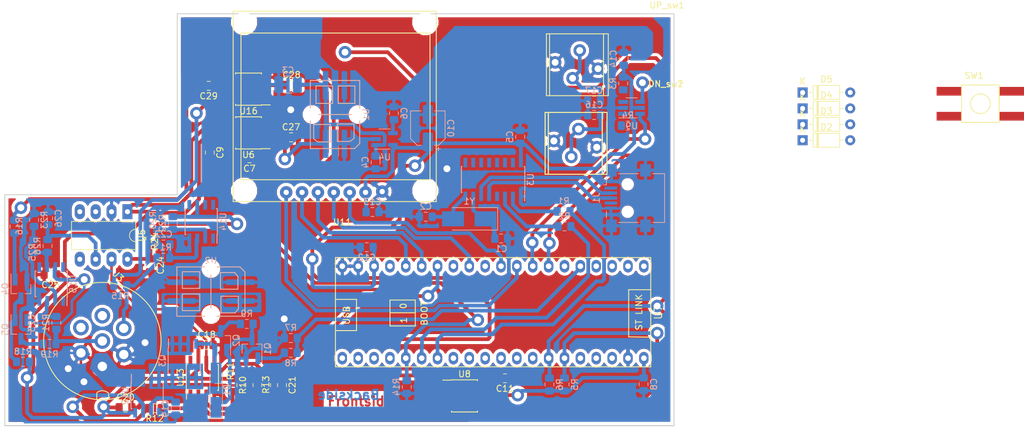
<source format=kicad_pcb>
(kicad_pcb (version 20171130) (host pcbnew "(5.0.2)-1")
  (layers (0 F.Cu signal) (31 B.Cu signal) (34 B.Paste user hide) (35 F.Paste user) (36 B.SilkS user) (37 F.SilkS user) (38 B.Mask user) (39 F.Mask user) (44 Edge.Cuts user))
  (net 0 "")
  (net 1 GND)
  (net 2 +24V)
  (net 3 BTN_UP)
  (net 4 BTN_DN)
  (net 5 "Net-(Q4-Pad1)")
  (net 6 "Net-(Q4-Pad3)")
  (net 7 +3V3)
  (net 8 +7.5V)
  (net 9 "Net-(D1-Pad2)")
  (net 10 "Net-(C7-Pad1)")
  (net 11 "Net-(J3-Pad3)")
  (net 12 "Net-(J3-Pad2)")
  (net 13 "Net-(J1-Pad3)")
  (net 14 "Net-(SW1-Pad1)")
  (net 15 MISO)
  (net 16 CS)
  (net 17 SCK)
  (net 18 MOSI)
  (net 19 AO)
  (net 20 RESET)
  (net 21 "Net-(C2-Pad1)")
  (net 22 "Net-(U5-Pad3)")
  (net 23 "Net-(D1-Pad1)")
  (net 24 "Net-(Q1-Pad1)")
  (net 25 /SDA)
  (net 26 "Net-(R1-Pad2)")
  (net 27 "Net-(R1-Pad1)")
  (net 28 "Net-(R23-Pad1)")
  (net 29 /pwm/Sensor2)
  (net 30 "Net-(C23-Pad1)")
  (net 31 "Net-(R20-Pad1)")
  (net 32 +5V)
  (net 33 "Net-(R10-Pad2)")
  (net 34 /SolderPWM1)
  (net 35 /SCL)
  (net 36 "Net-(R22-Pad1)")
  (net 37 "Net-(R2-Pad2)")
  (net 38 "Net-(R2-Pad1)")
  (net 39 "Net-(C16-Pad1)")
  (net 40 "Net-(C17-Pad1)")
  (net 41 "Net-(R25-Pad1)")
  (net 42 /stand)
  (net 43 +4V)
  (net 44 /Temp/Sensor1)
  (net 45 "Net-(C21-Pad2)")
  (net 46 /MOSFETCurr)
  (net 47 /Temp/T_comp_ADC)
  (net 48 /Temp/T_heater_ADC)
  (net 49 "Net-(R12-Pad2)")
  (net 50 "Net-(C22-Pad1)")
  (net 51 "Net-(C6-Pad1)")
  (net 52 "Net-(U6-Pad5)")
  (net 53 "Net-(U6-Pad8)")
  (net 54 "Net-(Q3-Pad5)")
  (net 55 "Net-(C19-Pad1)")
  (net 56 Heater)
  (net 57 "Net-(U14-Pad7)")
  (net 58 "Net-(J1-Pad2)")
  (net 59 "Net-(C1-Pad1)")
  (net 60 "Net-(U3-Pad9)")
  (net 61 "Net-(U3-Pad10)")
  (net 62 "Net-(U3-Pad11)")
  (net 63 "Net-(U3-Pad12)")
  (net 64 "Net-(U3-Pad13)")
  (net 65 "Net-(U3-Pad14)")
  (net 66 "Net-(U3-Pad15)")
  (net 67 "Net-(U5-Pad5)")
  (net 68 "Net-(U5-Pad4)")
  (net 69 "Net-(U7-Pad21)")
  (net 70 "Net-(U7-Pad22)")
  (net 71 "Net-(U7-Pad23)")
  (net 72 "Net-(U7-Pad24)")
  (net 73 /WMRTresistorDivider)
  (net 74 "Net-(U7-Pad28)")
  (net 75 "Net-(U7-Pad29)")
  (net 76 "Net-(U7-Pad30)")
  (net 77 "Net-(U7-Pad31)")
  (net 78 "Net-(U7-Pad32)")
  (net 79 "Net-(U7-Pad33)")
  (net 80 "Net-(U7-Pad6)")
  (net 81 "Net-(U7-Pad36)")
  (net 82 "Net-(U7-Pad4)")
  (net 83 "Net-(U7-Pad37)")
  (net 84 "Net-(U7-Pad3)")
  (net 85 "Net-(U7-Pad38)")
  (net 86 "Net-(U7-Pad2)")
  (net 87 "Net-(U7-Pad1)")
  (net 88 "Net-(J1-Pad1)")
  (net 89 "Net-(J1-Pad4)")
  (net 90 "Net-(U16-Pad1)")
  (net 91 "Net-(C28-Pad1)")
  (net 92 "Net-(U16-Pad5)")
  (net 93 "Net-(U16-Pad7)")
  (net 94 "Net-(U16-Pad8)")
  (net 95 "Net-(Q5-Pad3)")
  (net 96 "Net-(U3-Pad4)")
  (module "Libs:PushBTN KSC241G" (layer F.Cu) (at 247.1256 51.621001)
    (fp_text reference SW1 (at 4 -2.5) (layer F.SilkS))
    (fp_text value SW_Push)
    (pad 1 smd rect (at 0 4) (size 4 1.4) (layers F.Cu F.Paste F.Mask) (net 14 "Net-(SW1-Pad1)"))
    (pad 2 smd rect (at 0 0) (size 4 1.4) (layers F.Cu F.Paste F.Mask) (net 1 GND))
    (pad 2 smd rect (at 10 0) (size 4 1.4) (layers F.Cu F.Paste F.Mask) (net 1 GND))
    (pad 1 smd rect (at 10 4) (size 4 1.4) (layers F.Cu F.Paste F.Mask) (net 14 "Net-(SW1-Pad1)"))
  )
  (module Diode_THT:D_DO-35_SOD27_P7.62mm_Horizontal (layer F.Cu) (at 223.680601 59.471001)
    (fp_text reference D2 (at 3.81 -2.12) (layer F.SilkS))
    (fp_text value 1N4148)
    (fp_text user K (at 0 -1.8) (layer F.SilkS))
    (pad 2 thru_hole oval (at 7.62 0) (size 1.6 1.6) (drill 0.8) (layers *.Cu *.Mask) (net 50 "Net-(C22-Pad1)"))
    (pad 1 thru_hole rect (at 0 0) (size 1.6 1.6) (drill 0.8) (layers *.Cu *.Mask) (net 32 +5V))
  )
  (module Diode_THT:D_DO-35_SOD27_P7.62mm_Horizontal (layer F.Cu) (at 223.680601 56.921001)
    (fp_text reference D3 (at 3.81 -2.12) (layer F.SilkS))
    (fp_text value 1N4148)
    (fp_text user K (at 0 -1.8) (layer F.SilkS))
    (pad 1 thru_hole rect (at 0 0) (size 1.6 1.6) (drill 0.8) (layers *.Cu *.Mask) (net 50 "Net-(C22-Pad1)"))
    (pad 2 thru_hole oval (at 7.62 0) (size 1.6 1.6) (drill 0.8) (layers *.Cu *.Mask) (net 1 GND))
  )
  (module Diode_THT:D_DO-35_SOD27_P7.62mm_Horizontal (layer F.Cu) (at 223.680601 54.371001)
    (fp_text reference D4 (at 3.81 -2.12) (layer F.SilkS))
    (fp_text value 1N4148)
    (fp_text user K (at 0 -1.8) (layer F.SilkS))
    (pad 2 thru_hole oval (at 7.62 0) (size 1.6 1.6) (drill 0.8) (layers *.Cu *.Mask) (net 30 "Net-(C23-Pad1)"))
    (pad 1 thru_hole rect (at 0 0) (size 1.6 1.6) (drill 0.8) (layers *.Cu *.Mask) (net 32 +5V))
  )
  (module Diode_THT:D_DO-35_SOD27_P7.62mm_Horizontal (layer F.Cu) (at 223.680601 51.821001)
    (fp_text reference D5 (at 3.81 -2.12) (layer F.SilkS))
    (fp_text value 1N4148)
    (fp_text user K (at 0 -1.8) (layer F.SilkS))
    (pad 1 thru_hole rect (at 0 0) (size 1.6 1.6) (drill 0.8) (layers *.Cu *.Mask) (net 30 "Net-(C23-Pad1)"))
    (pad 2 thru_hole oval (at 7.62 0) (size 1.6 1.6) (drill 0.8) (layers *.Cu *.Mask) (net 1 GND))
  )
  (module Libs:WellerBTN (layer F.Cu) (at 187.2996 60.0837)
    (fp_text reference DN_sw2 (at 14.478 -9.652) (layer F.SilkS))
    (fp_text value SW_Push_Dual)
    (pad 3 thru_hole circle (at -0.635 2.032) (size 2 2) (drill 1.1) (layers *.Cu *.Mask) (net 39 "Net-(C16-Pad1)"))
    (pad 4 thru_hole circle (at 3.429 0.508) (size 2 2) (drill 1.1) (layers *.Cu *.Mask) (net 1 GND))
    (pad 2 thru_hole circle (at -3.429 -0.508) (size 2 2) (drill 1.1) (layers *.Cu *.Mask) (net 1 GND))
    (pad 1 thru_hole circle (at 0.508 -2.413) (size 2 2) (drill 1.1) (layers *.Cu *.Mask) (net 39 "Net-(C16-Pad1)"))
  )
  (module Libs:WellerConn (layer F.Cu) (at 111.6076 91.6432 180)
    (fp_text reference J3 (at -2.556545 10.35609 135) (layer F.SilkS))
    (fp_text value WellerConn)
    (pad 6 thru_hole circle (at 0 0 195) (size 2.5 2.5) (drill 1.5) (layers *.Cu *.Mask) (net 29 /pwm/Sensor2))
    (pad 2 thru_hole circle (at 3.429 2.159 195) (size 2.5 2.5) (drill 1.5) (layers *.Cu *.Mask) (net 12 "Net-(J3-Pad2)"))
    (pad 3 thru_hole circle (at 0 4.064 195) (size 2.5 2.5) (drill 1.5) (layers *.Cu *.Mask) (net 11 "Net-(J3-Pad3)"))
    (pad 4 thru_hole circle (at -3.429 2.032 195) (size 2.5 2.5) (drill 1.5) (layers *.Cu *.Mask) (net 44 /Temp/Sensor1))
    (pad 1 thru_hole circle (at 3.429 -1.905 195) (size 2.5 2.5) (drill 1.5) (layers *.Cu *.Mask) (net 1 GND))
    (pad 5 thru_hole circle (at -3.429 -2.159 195) (size 2.5 2.5) (drill 1.5) (layers *.Cu *.Mask) (net 1 GND))
    (pad 7 thru_hole circle (at 0 -4.064 195) (size 2.5 2.5) (drill 1.5) (layers *.Cu *.Mask) (net 56 Heater))
    (pad "" connect circle (at 7 -7 225) (size 3 3) (layers F.Cu F.Mask))
    (pad "" connect circle (at -7 7 225) (size 3 3) (layers F.Cu F.Mask))
  )
  (module Package_TO_SOT_SMD:SOT-23_Handsoldering (layer B.Cu) (at 135.5598 92.8878 90)
    (fp_text reference Q1 (at 0 2.5 90) (layer B.SilkS) (effects (justify mirror)))
    (fp_text value BSS138)
    (pad 1 smd rect (at -1.5 0.95 90) (size 1.9 0.8) (layers B.Cu B.Paste B.Mask) (net 24 "Net-(Q1-Pad1)"))
    (pad 2 smd rect (at -1.5 -0.95 90) (size 1.9 0.8) (layers B.Cu B.Paste B.Mask) (net 1 GND))
    (pad 3 smd rect (at 1.5 0 90) (size 1.9 0.8) (layers B.Cu B.Paste B.Mask) (net 23 "Net-(D1-Pad1)"))
  )
  (module Package_TO_SOT_SMD:SOT-23_Handsoldering (layer B.Cu) (at 98.5774 83.2866 270)
    (fp_text reference Q4 (at 0 2.5 270) (layer B.SilkS) (effects (justify mirror)))
    (fp_text value BSS138)
    (pad 3 smd rect (at 1.5 0 270) (size 1.9 0.8) (layers B.Cu B.Paste B.Mask) (net 6 "Net-(Q4-Pad3)"))
    (pad 2 smd rect (at -1.5 -0.95 270) (size 1.9 0.8) (layers B.Cu B.Paste B.Mask) (net 1 GND))
    (pad 1 smd rect (at -1.5 0.95 270) (size 1.9 0.8) (layers B.Cu B.Paste B.Mask) (net 5 "Net-(Q4-Pad1)"))
  )
  (module Package_TO_SOT_SMD:SOT-23_Handsoldering (layer B.Cu) (at 130.556 91.5416 90)
    (fp_text reference Q2 (at 0 2.5 90) (layer B.SilkS) (effects (justify mirror)))
    (fp_text value BSS138)
    (pad 1 smd rect (at -1.5 0.95 90) (size 1.9 0.8) (layers B.Cu B.Paste B.Mask) (net 23 "Net-(D1-Pad1)"))
    (pad 2 smd rect (at -1.5 -0.95 90) (size 1.9 0.8) (layers B.Cu B.Paste B.Mask) (net 9 "Net-(D1-Pad2)"))
    (pad 3 smd rect (at 1.5 0 90) (size 1.9 0.8) (layers B.Cu B.Paste B.Mask) (net 2 +24V))
  )
  (module Package_TO_SOT_SMD:SOT-23_Handsoldering (layer B.Cu) (at 98.5774 89.7876 270)
    (fp_text reference Q5 (at 0 2.5 270) (layer B.SilkS) (effects (justify mirror)))
    (fp_text value A03401)
    (pad 1 smd rect (at -1.5 0.95 270) (size 1.9 0.8) (layers B.Cu B.Paste B.Mask) (net 6 "Net-(Q4-Pad3)"))
    (pad 2 smd rect (at -1.5 -0.95 270) (size 1.9 0.8) (layers B.Cu B.Paste B.Mask) (net 32 +5V))
    (pad 3 smd rect (at 1.5 0 270) (size 1.9 0.8) (layers B.Cu B.Paste B.Mask) (net 95 "Net-(Q5-Pad3)"))
  )
  (module Capacitor_SMD:C_0805_2012Metric_Pad1.15x1.40mm_HandSolder (layer F.Cu) (at 128.6256 50.7492 180)
    (fp_text reference C29 (at 0 -1.65 180) (layer F.SilkS))
    (fp_text value 2.2uF)
    (pad 1 smd roundrect (at -1.025 0 180) (size 1.15 1.4) (layers F.Cu F.Paste F.Mask) (roundrect_rratio 0.217391) (net 43 +4V))
    (pad 2 smd roundrect (at 1.025 0 180) (size 1.15 1.4) (layers F.Cu F.Paste F.Mask) (roundrect_rratio 0.217391) (net 1 GND))
  )
  (module Capacitor_SMD:C_0805_2012Metric_Pad1.15x1.40mm_HandSolder (layer F.Cu) (at 141.8934 50.6476)
    (fp_text reference C28 (at 0 -1.65) (layer F.SilkS))
    (fp_text value 2.2uF)
    (pad 2 smd roundrect (at 1.025 0) (size 1.15 1.4) (layers F.Cu F.Paste F.Mask) (roundrect_rratio 0.217391) (net 1 GND))
    (pad 1 smd roundrect (at -1.025 0) (size 1.15 1.4) (layers F.Cu F.Paste F.Mask) (roundrect_rratio 0.217391) (net 91 "Net-(C28-Pad1)"))
  )
  (module Capacitor_SMD:C_0805_2012Metric_Pad1.15x1.40mm_HandSolder (layer F.Cu) (at 141.8172 59.0042)
    (fp_text reference C27 (at 0 -1.65) (layer F.SilkS))
    (fp_text value 2.2uF)
    (pad 1 smd roundrect (at -1.025 0) (size 1.15 1.4) (layers F.Cu F.Paste F.Mask) (roundrect_rratio 0.217391) (net 8 +7.5V))
    (pad 2 smd roundrect (at 1.025 0) (size 1.15 1.4) (layers F.Cu F.Paste F.Mask) (roundrect_rratio 0.217391) (net 1 GND))
  )
  (module Package_SO:SOIC-8_3.9x4.9mm_P1.27mm (layer F.Cu) (at 135.001 51.2826 180)
    (fp_text reference U16 (at 0 -3.5 180) (layer F.SilkS))
    (fp_text value MAX6241)
    (pad 1 smd rect (at -2.7 -1.905 180) (size 1.55 0.6) (layers F.Cu F.Paste F.Mask) (net 90 "Net-(U16-Pad1)"))
    (pad 2 smd rect (at -2.7 -0.635 180) (size 1.55 0.6) (layers F.Cu F.Paste F.Mask) (net 8 +7.5V))
    (pad 3 smd rect (at -2.7 0.635 180) (size 1.55 0.6) (layers F.Cu F.Paste F.Mask) (net 91 "Net-(C28-Pad1)"))
    (pad 4 smd rect (at -2.7 1.905 180) (size 1.55 0.6) (layers F.Cu F.Paste F.Mask) (net 1 GND))
    (pad 5 smd rect (at 2.7 1.905 180) (size 1.55 0.6) (layers F.Cu F.Paste F.Mask) (net 92 "Net-(U16-Pad5)"))
    (pad 6 smd rect (at 2.7 0.635 180) (size 1.55 0.6) (layers F.Cu F.Paste F.Mask) (net 43 +4V))
    (pad 7 smd rect (at 2.7 -0.635 180) (size 1.55 0.6) (layers F.Cu F.Paste F.Mask) (net 93 "Net-(U16-Pad7)"))
    (pad 8 smd rect (at 2.7 -1.905 180) (size 1.55 0.6) (layers F.Cu F.Paste F.Mask) (net 94 "Net-(U16-Pad8)"))
  )
  (module Diode_SMD:D_MiniMELF_Handsoldering (layer B.Cu) (at 129.8194 99.5172 90)
    (fp_text reference D1 (at 0 1.75 90) (layer B.SilkS) (effects (justify mirror)))
    (fp_text value 1N4148)
    (pad 1 smd rect (at -2.75 0 90) (size 3.3 1.7) (layers B.Cu B.Paste B.Mask) (net 23 "Net-(D1-Pad1)"))
    (pad 2 smd rect (at 2.75 0 90) (size 3.3 1.7) (layers B.Cu B.Paste B.Mask) (net 9 "Net-(D1-Pad2)"))
  )
  (module Capacitor_SMD:CP_Elec_5x5.3 (layer B.Cu) (at 163.703 57.531 90)
    (fp_text reference C10 (at 0 3.7 90) (layer B.SilkS) (effects (justify mirror)))
    (fp_text value 10uF)
    (pad 1 smd roundrect (at -2.2 0 90) (size 3 1.6) (layers B.Cu B.Paste B.Mask) (roundrect_rratio 0.15625) (net 7 +3V3))
    (pad 2 smd roundrect (at 2.2 0 90) (size 3 1.6) (layers B.Cu B.Paste B.Mask) (roundrect_rratio 0.15625) (net 1 GND))
  )
  (module Capacitor_SMD:C_0805_2012Metric_Pad1.15x1.40mm_HandSolder (layer B.Cu) (at 102.9208 71.9836 90)
    (fp_text reference C26 (at 0 1.65 90) (layer B.SilkS) (effects (justify mirror)))
    (fp_text value 10n)
    (pad 2 smd roundrect (at 1.025 0 90) (size 1.15 1.4) (layers B.Cu B.Paste B.Mask) (roundrect_rratio 0.217391) (net 1 GND))
    (pad 1 smd roundrect (at -1.025 0 90) (size 1.15 1.4) (layers B.Cu B.Paste B.Mask) (roundrect_rratio 0.217391) (net 48 /Temp/T_heater_ADC))
  )
  (module Capacitor_SMD:C_0805_2012Metric_Pad1.15x1.40mm_HandSolder (layer F.Cu) (at 103.3108 81.0006 180)
    (fp_text reference C25 (at 0 -1.65 180) (layer F.SilkS))
    (fp_text value 100n)
    (pad 1 smd roundrect (at -1.025 0 180) (size 1.15 1.4) (layers F.Cu F.Paste F.Mask) (roundrect_rratio 0.217391) (net 32 +5V))
    (pad 2 smd roundrect (at 1.025 0 180) (size 1.15 1.4) (layers F.Cu F.Paste F.Mask) (roundrect_rratio 0.217391) (net 1 GND))
  )
  (module Capacitor_SMD:C_0805_2012Metric_Pad1.15x1.40mm_HandSolder (layer F.Cu) (at 119.2784 79.511 270)
    (fp_text reference C24 (at 0 -1.65 270) (layer F.SilkS))
    (fp_text value 10n)
    (pad 2 smd roundrect (at 1.025 0 270) (size 1.15 1.4) (layers F.Cu F.Paste F.Mask) (roundrect_rratio 0.217391) (net 1 GND))
    (pad 1 smd roundrect (at -1.025 0 270) (size 1.15 1.4) (layers F.Cu F.Paste F.Mask) (roundrect_rratio 0.217391) (net 47 /Temp/T_comp_ADC))
  )
  (module Capacitor_SMD:C_0805_2012Metric_Pad1.15x1.40mm_HandSolder (layer B.Cu) (at 101.9556 88.773 270)
    (fp_text reference C23 (at 0 1.65 270) (layer B.SilkS) (effects (justify mirror)))
    (fp_text value 10n)
    (pad 1 smd roundrect (at -1.025 0 270) (size 1.15 1.4) (layers B.Cu B.Paste B.Mask) (roundrect_rratio 0.217391) (net 30 "Net-(C23-Pad1)"))
    (pad 2 smd roundrect (at 1.025 0 270) (size 1.15 1.4) (layers B.Cu B.Paste B.Mask) (roundrect_rratio 0.217391) (net 1 GND))
  )
  (module Capacitor_SMD:C_0805_2012Metric_Pad1.15x1.40mm_HandSolder (layer B.Cu) (at 121.3866 76.1746 180)
    (fp_text reference C22 (at 0 1.65 180) (layer B.SilkS) (effects (justify mirror)))
    (fp_text value 10n)
    (pad 2 smd roundrect (at 1.025 0 180) (size 1.15 1.4) (layers B.Cu B.Paste B.Mask) (roundrect_rratio 0.217391) (net 1 GND))
    (pad 1 smd roundrect (at -1.025 0 180) (size 1.15 1.4) (layers B.Cu B.Paste B.Mask) (roundrect_rratio 0.217391) (net 50 "Net-(C22-Pad1)"))
  )
  (module Capacitor_SMD:C_0805_2012Metric_Pad1.15x1.40mm_HandSolder (layer F.Cu) (at 140.3604 98.7044 270)
    (fp_text reference C21 (at 0 -1.65 270) (layer F.SilkS))
    (fp_text value 1n)
    (pad 1 smd roundrect (at -1.025 0 270) (size 1.15 1.4) (layers F.Cu F.Paste F.Mask) (roundrect_rratio 0.217391) (net 46 /MOSFETCurr))
    (pad 2 smd roundrect (at 1.025 0 270) (size 1.15 1.4) (layers F.Cu F.Paste F.Mask) (roundrect_rratio 0.217391) (net 45 "Net-(C21-Pad2)"))
  )
  (module Capacitor_SMD:C_0805_2012Metric_Pad1.15x1.40mm_HandSolder (layer F.Cu) (at 115.316 102.2858)
    (fp_text reference C20 (at 0 -1.65) (layer F.SilkS))
    (fp_text value 100n)
    (pad 2 smd roundrect (at 1.025 0) (size 1.15 1.4) (layers F.Cu F.Paste F.Mask) (roundrect_rratio 0.217391) (net 1 GND))
    (pad 1 smd roundrect (at -1.025 0) (size 1.15 1.4) (layers F.Cu F.Paste F.Mask) (roundrect_rratio 0.217391) (net 32 +5V))
  )
  (module Capacitor_SMD:C_0805_2012Metric_Pad1.15x1.40mm_HandSolder (layer B.Cu) (at 123.3424 102.4636 270)
    (fp_text reference C19 (at 0 1.65 270) (layer B.SilkS) (effects (justify mirror)))
    (fp_text value 100n)
    (pad 1 smd roundrect (at -1.025 0 270) (size 1.15 1.4) (layers B.Cu B.Paste B.Mask) (roundrect_rratio 0.217391) (net 55 "Net-(C19-Pad1)"))
    (pad 2 smd roundrect (at 1.025 0 270) (size 1.15 1.4) (layers B.Cu B.Paste B.Mask) (roundrect_rratio 0.217391) (net 1 GND))
  )
  (module Capacitor_SMD:C_0805_2012Metric_Pad1.15x1.40mm_HandSolder (layer F.Cu) (at 128.3044 92.2528)
    (fp_text reference C18 (at 0 -1.65) (layer F.SilkS))
    (fp_text value 100n)
    (pad 2 smd roundrect (at 1.025 0) (size 1.15 1.4) (layers F.Cu F.Paste F.Mask) (roundrect_rratio 0.217391) (net 1 GND))
    (pad 1 smd roundrect (at -1.025 0) (size 1.15 1.4) (layers F.Cu F.Paste F.Mask) (roundrect_rratio 0.217391) (net 32 +5V))
  )
  (module Capacitor_SMD:C_0805_2012Metric_Pad1.15x1.40mm_HandSolder (layer B.Cu) (at 190.2968 53.1368 180)
    (fp_text reference C17 (at 0 1.65 180) (layer B.SilkS) (effects (justify mirror)))
    (fp_text value 10n)
    (pad 1 smd roundrect (at -1.025 0 180) (size 1.15 1.4) (layers B.Cu B.Paste B.Mask) (roundrect_rratio 0.217391) (net 40 "Net-(C17-Pad1)"))
    (pad 2 smd roundrect (at 1.025 0 180) (size 1.15 1.4) (layers B.Cu B.Paste B.Mask) (roundrect_rratio 0.217391) (net 1 GND))
  )
  (module Capacitor_SMD:C_0805_2012Metric_Pad1.15x1.40mm_HandSolder (layer B.Cu) (at 190.3222 55.4228 180)
    (fp_text reference C16 (at 0 1.65 180) (layer B.SilkS) (effects (justify mirror)))
    (fp_text value 10n)
    (pad 2 smd roundrect (at 1.025 0 180) (size 1.15 1.4) (layers B.Cu B.Paste B.Mask) (roundrect_rratio 0.217391) (net 1 GND))
    (pad 1 smd roundrect (at -1.025 0 180) (size 1.15 1.4) (layers B.Cu B.Paste B.Mask) (roundrect_rratio 0.217391) (net 39 "Net-(C16-Pad1)"))
  )
  (module Capacitor_SMD:C_0805_2012Metric_Pad1.15x1.40mm_HandSolder (layer B.Cu) (at 195.0466 46.4312 270)
    (fp_text reference C14 (at 0 1.65 270) (layer B.SilkS) (effects (justify mirror)))
    (fp_text value 100n)
    (pad 2 smd roundrect (at 1.025 0 270) (size 1.15 1.4) (layers B.Cu B.Paste B.Mask) (roundrect_rratio 0.217391) (net 7 +3V3))
    (pad 1 smd roundrect (at -1.025 0 270) (size 1.15 1.4) (layers B.Cu B.Paste B.Mask) (roundrect_rratio 0.217391) (net 1 GND))
  )
  (module Capacitor_SMD:C_0805_2012Metric_Pad1.15x1.40mm_HandSolder (layer B.Cu) (at 154.8384 70.9676 180)
    (fp_text reference C13 (at 0 1.65 180) (layer B.SilkS) (effects (justify mirror)))
    (fp_text value 100n)
    (pad 1 smd roundrect (at -1.025 0 180) (size 1.15 1.4) (layers B.Cu B.Paste B.Mask) (roundrect_rratio 0.217391) (net 1 GND))
    (pad 2 smd roundrect (at 1.025 0 180) (size 1.15 1.4) (layers B.Cu B.Paste B.Mask) (roundrect_rratio 0.217391) (net 7 +3V3))
  )
  (module Capacitor_SMD:C_0805_2012Metric_Pad1.15x1.40mm_HandSolder (layer B.Cu) (at 153.924 76.6064)
    (fp_text reference C12 (at 0 1.65) (layer B.SilkS) (effects (justify mirror)))
    (fp_text value 100n)
    (pad 2 smd roundrect (at 1.025 0) (size 1.15 1.4) (layers B.Cu B.Paste B.Mask) (roundrect_rratio 0.217391) (net 7 +3V3))
    (pad 1 smd roundrect (at -1.025 0) (size 1.15 1.4) (layers B.Cu B.Paste B.Mask) (roundrect_rratio 0.217391) (net 1 GND))
  )
  (module Capacitor_SMD:C_0805_2012Metric_Pad1.15x1.40mm_HandSolder (layer F.Cu) (at 176.0474 97.6122 180)
    (fp_text reference C11 (at 0 -1.65 180) (layer F.SilkS))
    (fp_text value 100n)
    (pad 1 smd roundrect (at -1.025 0 180) (size 1.15 1.4) (layers F.Cu F.Paste F.Mask) (roundrect_rratio 0.217391) (net 1 GND))
    (pad 2 smd roundrect (at 1.025 0 180) (size 1.15 1.4) (layers F.Cu F.Paste F.Mask) (roundrect_rratio 0.217391) (net 7 +3V3))
  )
  (module Capacitor_SMD:C_0805_2012Metric_Pad1.15x1.40mm_HandSolder (layer F.Cu) (at 128.8034 61.4426 270)
    (fp_text reference C9 (at 0 -1.65 270) (layer F.SilkS))
    (fp_text value 100n)
    (pad 2 smd roundrect (at 1.025 0 270) (size 1.15 1.4) (layers F.Cu F.Paste F.Mask) (roundrect_rratio 0.217391) (net 1 GND))
    (pad 1 smd roundrect (at -1.025 0 270) (size 1.15 1.4) (layers F.Cu F.Paste F.Mask) (roundrect_rratio 0.217391) (net 32 +5V))
  )
  (module Capacitor_SMD:C_0805_2012Metric_Pad1.15x1.40mm_HandSolder (layer B.Cu) (at 198.2216 98.561 90)
    (fp_text reference C8 (at 0 1.65 90) (layer B.SilkS) (effects (justify mirror)))
    (fp_text value 100n)
    (pad 1 smd roundrect (at -1.025 0 90) (size 1.15 1.4) (layers B.Cu B.Paste B.Mask) (roundrect_rratio 0.217391) (net 1 GND))
    (pad 2 smd roundrect (at 1.025 0 90) (size 1.15 1.4) (layers B.Cu B.Paste B.Mask) (roundrect_rratio 0.217391) (net 7 +3V3))
  )
  (module Capacitor_SMD:C_0805_2012Metric_Pad1.15x1.40mm_HandSolder (layer F.Cu) (at 135.1534 62.357 180)
    (fp_text reference C7 (at 0 -1.65 180) (layer F.SilkS))
    (fp_text value 100n)
    (pad 2 smd roundrect (at 1.025 0 180) (size 1.15 1.4) (layers F.Cu F.Paste F.Mask) (roundrect_rratio 0.217391) (net 1 GND))
    (pad 1 smd roundrect (at -1.025 0 180) (size 1.15 1.4) (layers F.Cu F.Paste F.Mask) (roundrect_rratio 0.217391) (net 10 "Net-(C7-Pad1)"))
  )
  (module Capacitor_SMD:C_0805_2012Metric_Pad1.15x1.40mm_HandSolder (layer B.Cu) (at 158.2674 55.1434 90)
    (fp_text reference C6 (at 0 1.65 90) (layer B.SilkS) (effects (justify mirror)))
    (fp_text value 100pf)
    (pad 1 smd roundrect (at -1.025 0 90) (size 1.15 1.4) (layers B.Cu B.Paste B.Mask) (roundrect_rratio 0.217391) (net 51 "Net-(C6-Pad1)"))
    (pad 2 smd roundrect (at 1.025 0 90) (size 1.15 1.4) (layers B.Cu B.Paste B.Mask) (roundrect_rratio 0.217391) (net 1 GND))
  )
  (module Capacitor_SMD:C_0805_2012Metric_Pad1.15x1.40mm_HandSolder (layer B.Cu) (at 178.4858 58.928 270)
    (fp_text reference C5 (at 0 1.65 270) (layer B.SilkS) (effects (justify mirror)))
    (fp_text value 100n)
    (pad 2 smd roundrect (at 1.025 0 270) (size 1.15 1.4) (layers B.Cu B.Paste B.Mask) (roundrect_rratio 0.217391) (net 7 +3V3))
    (pad 1 smd roundrect (at -1.025 0 270) (size 1.15 1.4) (layers B.Cu B.Paste B.Mask) (roundrect_rratio 0.217391) (net 1 GND))
  )
  (module Capacitor_SMD:C_0805_2012Metric_Pad1.15x1.40mm_HandSolder (layer B.Cu) (at 155.3464 63.0174 270)
    (fp_text reference C4 (at 0 1.65 270) (layer B.SilkS) (effects (justify mirror)))
    (fp_text value 1u)
    (pad 1 smd roundrect (at -1.025 0 270) (size 1.15 1.4) (layers B.Cu B.Paste B.Mask) (roundrect_rratio 0.217391) (net 8 +7.5V))
    (pad 2 smd roundrect (at 1.025 0 270) (size 1.15 1.4) (layers B.Cu B.Paste B.Mask) (roundrect_rratio 0.217391) (net 1 GND))
  )
  (module Capacitor_SMD:C_0805_2012Metric_Pad1.15x1.40mm_HandSolder (layer B.Cu) (at 163.3728 71.7296 180)
    (fp_text reference C2 (at 0 1.65 180) (layer B.SilkS) (effects (justify mirror)))
    (fp_text value C_Small)
    (pad 2 smd roundrect (at 1.025 0 180) (size 1.15 1.4) (layers B.Cu B.Paste B.Mask) (roundrect_rratio 0.217391) (net 1 GND))
    (pad 1 smd roundrect (at -1.025 0 180) (size 1.15 1.4) (layers B.Cu B.Paste B.Mask) (roundrect_rratio 0.217391) (net 21 "Net-(C2-Pad1)"))
  )
  (module Capacitor_SMD:C_0805_2012Metric_Pad1.15x1.40mm_HandSolder (layer B.Cu) (at 175.4378 75.2094)
    (fp_text reference C1 (at 0 1.65) (layer B.SilkS) (effects (justify mirror)))
    (fp_text value C_Small)
    (pad 1 smd roundrect (at -1.025 0) (size 1.15 1.4) (layers B.Cu B.Paste B.Mask) (roundrect_rratio 0.217391) (net 59 "Net-(C1-Pad1)"))
    (pad 2 smd roundrect (at 1.025 0) (size 1.15 1.4) (layers B.Cu B.Paste B.Mask) (roundrect_rratio 0.217391) (net 1 GND))
  )
  (module Capacitor_SMD:C_1210_3225Metric_Pad1.42x2.65mm_HandSolder (layer B.Cu) (at 141.3256 50.546 180)
    (fp_text reference C3 (at 0 2.28 180) (layer B.SilkS) (effects (justify mirror)))
    (fp_text value 68uf)
    (pad 1 smd roundrect (at -1.4875 0 180) (size 1.425 2.65) (layers B.Cu B.Paste B.Mask) (roundrect_rratio 0.175439) (net 8 +7.5V))
    (pad 2 smd roundrect (at 1.4875 0 180) (size 1.425 2.65) (layers B.Cu B.Paste B.Mask) (roundrect_rratio 0.175439) (net 1 GND))
  )
  (module Connector_USB:USB_Mini-B_Lumberg_2486_01_Horizontal (layer B.Cu) (at 195.6816 68.7324 270)
    (fp_text reference J1 (at 0 5 270) (layer B.SilkS) (effects (justify mirror)))
    (fp_text value USB_B_Mini)
    (pad 1 smd rect (at -1.6 2.7 270) (size 0.5 2) (layers B.Cu B.Paste B.Mask) (net 88 "Net-(J1-Pad1)"))
    (pad 2 smd rect (at -0.8 2.7 270) (size 0.5 2) (layers B.Cu B.Paste B.Mask) (net 58 "Net-(J1-Pad2)"))
    (pad 3 smd rect (at 0 2.7 270) (size 0.5 2) (layers B.Cu B.Paste B.Mask) (net 13 "Net-(J1-Pad3)"))
    (pad 4 smd rect (at 0.8 2.7 270) (size 0.5 2) (layers B.Cu B.Paste B.Mask) (net 89 "Net-(J1-Pad4)"))
    (pad 5 smd rect (at 1.6 2.7 270) (size 0.5 2) (layers B.Cu B.Paste B.Mask) (net 1 GND))
    (pad 6 smd rect (at -4.45 2.6 270) (size 2 1.7) (layers B.Cu B.Paste B.Mask) (net 1 GND))
    (pad 6 smd rect (at -4.45 -2.85 270) (size 2 1.7) (layers B.Cu B.Paste B.Mask) (net 1 GND))
    (pad 6 smd rect (at 4.45 2.6 270) (size 2 1.7) (layers B.Cu B.Paste B.Mask) (net 1 GND))
    (pad 6 smd rect (at 4.45 -2.85 270) (size 2 1.7) (layers B.Cu B.Paste B.Mask) (net 1 GND))
    (pad "" np_thru_hole circle (at -2.2 0 270) (size 1 1) (drill 1) (layers *.Cu *.Mask))
    (pad "" np_thru_hole circle (at 2.2 0 270) (size 1 1) (drill 1) (layers *.Cu *.Mask))
  )
  (module Crystal:Crystal_SMD_5032-2Pin_5.0x3.2mm_HandSoldering (layer B.Cu) (at 170.3324 72.0598 180)
    (fp_text reference Y1 (at 0 2.8 180) (layer B.SilkS) (effects (justify mirror)))
    (fp_text value 12MHZ)
    (pad 1 smd rect (at -2.6 0 180) (size 3.5 2.4) (layers B.Cu B.Paste B.Mask) (net 59 "Net-(C1-Pad1)"))
    (pad 2 smd rect (at 2.6 0 180) (size 3.5 2.4) (layers B.Cu B.Paste B.Mask) (net 21 "Net-(C2-Pad1)"))
  )
  (module Libs:Bluepill (layer F.Cu) (at 174.1424 87.0204 180)
    (fp_text reference U7 (at -26.43 0 270) (layer F.SilkS) (effects (font (size 1.2 1.2))))
    (fp_text value Bluepill)
    (fp_text user USB (at 23.45 -0.5 270) (layer F.SilkS))
    (fp_text user BOOT (at 11 -0.2 270) (layer F.SilkS))
    (fp_text user 0 (at 14.35 1 270) (layer F.SilkS))
    (fp_text user 1 (at 14.3 -1.3 270) (layer F.SilkS))
    (fp_text user "ST LINK" (at -23.35 0 270) (layer F.SilkS))
    (pad 20 thru_hole oval (at 24.13 7.366 180) (size 1.5 2) (drill 0.9) (layers *.Cu *.Mask) (net 1 GND))
    (pad 21 thru_hole oval (at 24.13 -7.366 180) (size 1.5 2) (drill 0.9) (layers *.Cu *.Mask) (net 69 "Net-(U7-Pad21)"))
    (pad 19 thru_hole oval (at 21.59 7.366 180) (size 1.5 2) (drill 0.9) (layers *.Cu *.Mask) (net 1 GND))
    (pad 22 thru_hole oval (at 21.59 -7.366 180) (size 1.5 2) (drill 0.9) (layers *.Cu *.Mask) (net 70 "Net-(U7-Pad22)"))
    (pad 18 thru_hole oval (at 19.05 7.366 180) (size 1.5 2) (drill 0.9) (layers *.Cu *.Mask) (net 7 +3V3))
    (pad 23 thru_hole oval (at 19.05 -7.366 180) (size 1.5 2) (drill 0.9) (layers *.Cu *.Mask) (net 71 "Net-(U7-Pad23)"))
    (pad 17 thru_hole oval (at 16.51 7.366 180) (size 1.5 2) (drill 0.9) (layers *.Cu *.Mask) (net 14 "Net-(SW1-Pad1)"))
    (pad 24 thru_hole oval (at 16.51 -7.366 180) (size 1.5 2) (drill 0.9) (layers *.Cu *.Mask) (net 72 "Net-(U7-Pad24)"))
    (pad 16 thru_hole oval (at 13.97 7.366 180) (size 1.5 2) (drill 0.9) (layers *.Cu *.Mask) (net 19 AO))
    (pad 25 thru_hole oval (at 13.97 -7.366 180) (size 1.5 2) (drill 0.9) (layers *.Cu *.Mask) (net 42 /stand))
    (pad 15 thru_hole oval (at 11.43 7.366 180) (size 1.5 2) (drill 0.9) (layers *.Cu *.Mask) (net 20 RESET))
    (pad 26 thru_hole oval (at 11.43 -7.366 180) (size 1.5 2) (drill 0.9) (layers *.Cu *.Mask) (net 38 "Net-(R2-Pad1)"))
    (pad 14 thru_hole oval (at 8.89 7.366 180) (size 1.5 2) (drill 0.9) (layers *.Cu *.Mask) (net 46 /MOSFETCurr))
    (pad 27 thru_hole oval (at 8.89 -7.366 180) (size 1.5 2) (drill 0.9) (layers *.Cu *.Mask) (net 27 "Net-(R1-Pad1)"))
    (pad 13 thru_hole oval (at 6.35 7.366 180) (size 1.5 2) (drill 0.9) (layers *.Cu *.Mask) (net 73 /WMRTresistorDivider))
    (pad 28 thru_hole oval (at 6.35 -7.366 180) (size 1.5 2) (drill 0.9) (layers *.Cu *.Mask) (net 74 "Net-(U7-Pad28)"))
    (pad 12 thru_hole oval (at 3.81 7.366 180) (size 1.5 2) (drill 0.9) (layers *.Cu *.Mask) (net 18 MOSI))
    (pad 29 thru_hole oval (at 3.81 -7.366 180) (size 1.5 2) (drill 0.9) (layers *.Cu *.Mask) (net 75 "Net-(U7-Pad29)"))
    (pad 11 thru_hole oval (at 1.27 7.366 180) (size 1.5 2) (drill 0.9) (layers *.Cu *.Mask) (net 15 MISO))
    (pad 30 thru_hole oval (at 1.27 -7.366 180) (size 1.5 2) (drill 0.9) (layers *.Cu *.Mask) (net 76 "Net-(U7-Pad30)"))
    (pad 10 thru_hole oval (at -1.27 7.366 180) (size 1.5 2) (drill 0.9) (layers *.Cu *.Mask) (net 17 SCK))
    (pad 31 thru_hole oval (at -1.27 -7.366 180) (size 1.5 2) (drill 0.9) (layers *.Cu *.Mask) (net 77 "Net-(U7-Pad31)"))
    (pad 9 thru_hole oval (at -3.81 7.366 180) (size 1.5 2) (drill 0.9) (layers *.Cu *.Mask) (net 16 CS))
    (pad 32 thru_hole oval (at -3.81 -7.366 180) (size 1.5 2) (drill 0.9) (layers *.Cu *.Mask) (net 78 "Net-(U7-Pad32)"))
    (pad 8 thru_hole oval (at -6.35 7.366 180) (size 1.5 2) (drill 0.9) (layers *.Cu *.Mask) (net 3 BTN_UP))
    (pad 33 thru_hole oval (at -6.35 -7.366 180) (size 1.5 2) (drill 0.9) (layers *.Cu *.Mask) (net 79 "Net-(U7-Pad33)"))
    (pad 7 thru_hole oval (at -8.89 7.366 180) (size 1.5 2) (drill 0.9) (layers *.Cu *.Mask) (net 4 BTN_DN))
    (pad 34 thru_hole oval (at -8.89 -7.366 180) (size 1.5 2) (drill 0.9) (layers *.Cu *.Mask) (net 35 /SCL))
    (pad 6 thru_hole oval (at -11.43 7.366 180) (size 1.5 2) (drill 0.9) (layers *.Cu *.Mask) (net 80 "Net-(U7-Pad6)"))
    (pad 35 thru_hole oval (at -11.43 -7.366 180) (size 1.5 2) (drill 0.9) (layers *.Cu *.Mask) (net 25 /SDA))
    (pad 5 thru_hole oval (at -13.97 7.366 180) (size 1.5 2) (drill 0.9) (layers *.Cu *.Mask) (net 34 /SolderPWM1))
    (pad 36 thru_hole oval (at -13.97 -7.366 180) (size 1.5 2) (drill 0.9) (layers *.Cu *.Mask) (net 81 "Net-(U7-Pad36)"))
    (pad 4 thru_hole oval (at -16.51 7.366 180) (size 1.5 2) (drill 0.9) (layers *.Cu *.Mask) (net 82 "Net-(U7-Pad4)"))
    (pad 37 thru_hole oval (at -16.51 -7.366 180) (size 1.5 2) (drill 0.9) (layers *.Cu *.Mask) (net 83 "Net-(U7-Pad37)"))
    (pad 3 thru_hole oval (at -19.05 7.366 180) (size 1.5 2) (drill 0.9) (layers *.Cu *.Mask) (net 84 "Net-(U7-Pad3)"))
    (pad 38 thru_hole oval (at -19.05 -7.366 180) (size 1.5 2) (drill 0.9) (layers *.Cu *.Mask) (net 85 "Net-(U7-Pad38)"))
    (pad 2 thru_hole oval (at -21.59 7.366 180) (size 1.5 2) (drill 0.9) (layers *.Cu *.Mask) (net 86 "Net-(U7-Pad2)"))
    (pad 39 thru_hole oval (at -21.59 -7.366 180) (size 1.5 2) (drill 0.9) (layers *.Cu *.Mask) (net 1 GND))
    (pad 1 thru_hole oval (at -24.13 7.366 180) (size 1.5 2) (drill 0.9) (layers *.Cu *.Mask) (net 87 "Net-(U7-Pad1)"))
    (pad 40 thru_hole oval (at -24.13 -7.366 180) (size 1.5 2) (drill 0.9) (layers *.Cu *.Mask) (net 7 +3V3))
  )
  (module Libs:Conn_Microfit_Vertical_molex (layer B.Cu) (at 128.9812 83.7184 270)
    (fp_text reference U2 (at -4.95 0 180) (layer B.SilkS) (effects (justify mirror)))
    (fp_text value +24)
    (pad "" np_thru_hole circle (at -3.683 0 270) (size 2 2) (drill 2) (layers *.Cu *.Mask))
    (pad "" np_thru_hole circle (at 3.683 0 270) (size 2 2) (drill 2) (layers *.Cu *.Mask))
    (pad 2 smd rect (at 1.5 -4.7 270) (size 0.9 4.5) (layers B.Cu B.Paste B.Mask) (net 2 +24V))
    (pad 3 smd rect (at 1.5 4.7 270) (size 0.9 4.5) (layers B.Cu B.Paste B.Mask) (net 2 +24V))
    (pad 1 smd rect (at -1.5 -4.7 270) (size 0.9 4.5) (layers B.Cu B.Paste B.Mask) (net 1 GND))
    (pad 4 smd rect (at -1.5 4.7 270) (size 0.9 4.5) (layers B.Cu B.Paste B.Mask) (net 1 GND))
  )
  (module Libs:Conn_Microfit_Vertical_molex (layer B.Cu) (at 148.844 55.3466 180)
    (fp_text reference U1 (at -4.95 0 90) (layer B.SilkS) (effects (justify mirror)))
    (fp_text value +7.5V)
    (pad 4 smd rect (at -1.5 4.7 180) (size 0.9 4.5) (layers B.Cu B.Paste B.Mask) (net 1 GND))
    (pad 1 smd rect (at -1.5 -4.7 180) (size 0.9 4.5) (layers B.Cu B.Paste B.Mask) (net 1 GND))
    (pad 3 smd rect (at 1.5 4.7 180) (size 0.9 4.5) (layers B.Cu B.Paste B.Mask) (net 8 +7.5V))
    (pad 2 smd rect (at 1.5 -4.7 180) (size 0.9 4.5) (layers B.Cu B.Paste B.Mask) (net 8 +7.5V))
    (pad "" np_thru_hole circle (at 3.683 0 180) (size 2 2) (drill 2) (layers *.Cu *.Mask))
    (pad "" np_thru_hole circle (at -3.683 0 180) (size 2 2) (drill 2) (layers *.Cu *.Mask))
  )
  (module Libs:OLED_128x64_i2c (layer F.Cu) (at 149.098 56.896 180)
    (fp_text reference U11 (at -0.9 -15.7 180) (layer F.SilkS))
    (fp_text value OLED_128x64_SPI_0.96")
    (pad 4 thru_hole circle (at 0.4489 -10.9254 180) (size 2 2) (drill 0.85) (layers *.Cu *.Mask) (net 18 MOSI))
    (pad 3 thru_hole circle (at -2.0911 -10.9254 180) (size 2 2) (drill 0.85) (layers *.Cu *.Mask) (net 17 SCK))
    (pad 2 thru_hole circle (at -4.6311 -10.9254 180) (size 2 2) (drill 0.85) (layers *.Cu *.Mask) (net 7 +3V3))
    (pad 1 thru_hole circle (at -7.2981 -10.7984 180) (size 2 2) (drill 0.85) (layers *.Cu *.Mask) (net 1 GND))
    (pad 22 np_thru_hole circle (at 14.8 16.35 180) (size 3.2 3.2) (drill 3.2) (layers *.Cu *.Mask))
    (pad 12 np_thru_hole circle (at -14.2 16.35 180) (size 3.2 3.2) (drill 3.2) (layers *.Cu *.Mask))
    (pad 21 np_thru_hole circle (at 14.8 -10.65 180) (size 3.2 3.2) (drill 3.2) (layers *.Cu *.Mask))
    (pad "" np_thru_hole circle (at -14.2 -10.65 180) (size 3.2 3.2) (drill 3.2) (layers *.Cu *.Mask))
    (pad 5 thru_hole circle (at 2.9889 -10.9254 180) (size 2 2) (drill 0.85) (layers *.Cu *.Mask) (net 20 RESET))
    (pad 7 thru_hole circle (at 8.0689 -10.9254 180) (size 2 2) (drill 0.85) (layers *.Cu *.Mask) (net 16 CS))
    (pad 6 thru_hole circle (at 5.5289 -10.9254 180) (size 2 2) (drill 0.85) (layers *.Cu *.Mask) (net 19 AO))
  )
  (module Package_DIP:DIP-8_W7.62mm_LongPads (layer F.Cu) (at 115.6208 70.9168 270)
    (fp_text reference U5 (at 3.81 -2.33 270) (layer F.SilkS))
    (fp_text value ADS1115-DIP)
    (pad 1 thru_hole rect (at 0 0 270) (size 2.4 1.6) (drill 0.8) (layers *.Cu *.Mask) (net 32 +5V))
    (pad 5 thru_hole oval (at 7.62 7.62 270) (size 2.4 1.6) (drill 0.8) (layers *.Cu *.Mask) (net 67 "Net-(U5-Pad5)"))
    (pad 2 thru_hole oval (at 0 2.54 270) (size 2.4 1.6) (drill 0.8) (layers *.Cu *.Mask) (net 1 GND))
    (pad 6 thru_hole oval (at 7.62 5.08 270) (size 2.4 1.6) (drill 0.8) (layers *.Cu *.Mask) (net 48 /Temp/T_heater_ADC))
    (pad 3 thru_hole oval (at 0 5.08 270) (size 2.4 1.6) (drill 0.8) (layers *.Cu *.Mask) (net 22 "Net-(U5-Pad3)"))
    (pad 7 thru_hole oval (at 7.62 2.54 270) (size 2.4 1.6) (drill 0.8) (layers *.Cu *.Mask) (net 46 /MOSFETCurr))
    (pad 4 thru_hole oval (at 0 7.62 270) (size 2.4 1.6) (drill 0.8) (layers *.Cu *.Mask) (net 68 "Net-(U5-Pad4)"))
    (pad 8 thru_hole oval (at 7.62 0 270) (size 2.4 1.6) (drill 0.8) (layers *.Cu *.Mask) (net 47 /Temp/T_comp_ADC))
  )
  (module Package_SO:SOIC-16_3.9x9.9mm_P1.27mm (layer B.Cu) (at 174.1424 65.7606 90)
    (fp_text reference U3 (at 0 6 90) (layer B.SilkS) (effects (justify mirror)))
    (fp_text value CH340G)
    (pad 1 smd rect (at -2.7 4.445 90) (size 1.5 0.6) (layers B.Cu B.Paste B.Mask) (net 1 GND))
    (pad 2 smd rect (at -2.7 3.175 90) (size 1.5 0.6) (layers B.Cu B.Paste B.Mask) (net 26 "Net-(R1-Pad2)"))
    (pad 3 smd rect (at -2.7 1.905 90) (size 1.5 0.6) (layers B.Cu B.Paste B.Mask) (net 37 "Net-(R2-Pad2)"))
    (pad 4 smd rect (at -2.7 0.635 90) (size 1.5 0.6) (layers B.Cu B.Paste B.Mask) (net 96 "Net-(U3-Pad4)"))
    (pad 5 smd rect (at -2.7 -0.635 90) (size 1.5 0.6) (layers B.Cu B.Paste B.Mask) (net 13 "Net-(J1-Pad3)"))
    (pad 6 smd rect (at -2.7 -1.905 90) (size 1.5 0.6) (layers B.Cu B.Paste B.Mask) (net 58 "Net-(J1-Pad2)"))
    (pad 7 smd rect (at -2.7 -3.175 90) (size 1.5 0.6) (layers B.Cu B.Paste B.Mask) (net 59 "Net-(C1-Pad1)"))
    (pad 8 smd rect (at -2.7 -4.445 90) (size 1.5 0.6) (layers B.Cu B.Paste B.Mask) (net 21 "Net-(C2-Pad1)"))
    (pad 9 smd rect (at 2.7 -4.445 90) (size 1.5 0.6) (layers B.Cu B.Paste B.Mask) (net 60 "Net-(U3-Pad9)"))
    (pad 10 smd rect (at 2.7 -3.175 90) (size 1.5 0.6) (layers B.Cu B.Paste B.Mask) (net 61 "Net-(U3-Pad10)"))
    (pad 11 smd rect (at 2.7 -1.905 90) (size 1.5 0.6) (layers B.Cu B.Paste B.Mask) (net 62 "Net-(U3-Pad11)"))
    (pad 12 smd rect (at 2.7 -0.635 90) (size 1.5 0.6) (layers B.Cu B.Paste B.Mask) (net 63 "Net-(U3-Pad12)"))
    (pad 13 smd rect (at 2.7 0.635 90) (size 1.5 0.6) (layers B.Cu B.Paste B.Mask) (net 64 "Net-(U3-Pad13)"))
    (pad 14 smd rect (at 2.7 1.905 90) (size 1.5 0.6) (layers B.Cu B.Paste B.Mask) (net 65 "Net-(U3-Pad14)"))
    (pad 15 smd rect (at 2.7 3.175 90) (size 1.5 0.6) (layers B.Cu B.Paste B.Mask) (net 66 "Net-(U3-Pad15)"))
    (pad 16 smd rect (at 2.7 4.445 90) (size 1.5 0.6) (layers B.Cu B.Paste B.Mask) (net 7 +3V3))
  )
  (module Package_SO:SOIC-8_3.9x4.9mm_P1.27mm (layer B.Cu) (at 103.4288 82.4992 90)
    (fp_text reference U15 (at 0 3.5 90) (layer B.SilkS) (effects (justify mirror)))
    (fp_text value AD8628)
    (pad 8 smd rect (at 2.7 1.905 90) (size 1.55 0.6) (layers B.Cu B.Paste B.Mask))
    (pad 7 smd rect (at 2.7 0.635 90) (size 1.55 0.6) (layers B.Cu B.Paste B.Mask) (net 32 +5V))
    (pad 6 smd rect (at 2.7 -0.635 90) (size 1.55 0.6) (layers B.Cu B.Paste B.Mask) (net 41 "Net-(R25-Pad1)"))
    (pad 5 smd rect (at 2.7 -1.905 90) (size 1.55 0.6) (layers B.Cu B.Paste B.Mask))
    (pad 4 smd rect (at -2.7 -1.905 90) (size 1.55 0.6) (layers B.Cu B.Paste B.Mask) (net 1 GND))
    (pad 3 smd rect (at -2.7 -0.635 90) (size 1.55 0.6) (layers B.Cu B.Paste B.Mask) (net 30 "Net-(C23-Pad1)"))
    (pad 2 smd rect (at -2.7 0.635 90) (size 1.55 0.6) (layers B.Cu B.Paste B.Mask) (net 28 "Net-(R23-Pad1)"))
    (pad 1 smd rect (at -2.7 1.905 90) (size 1.55 0.6) (layers B.Cu B.Paste B.Mask))
  )
  (module Package_SO:SOIC-8_3.9x4.9mm_P1.27mm (layer B.Cu) (at 127.4318 72.517 90)
    (fp_text reference U14 (at 0 3.5 90) (layer B.SilkS) (effects (justify mirror)))
    (fp_text value AD8628)
    (pad 1 smd rect (at -2.7 1.905 90) (size 1.55 0.6) (layers B.Cu B.Paste B.Mask))
    (pad 2 smd rect (at -2.7 0.635 90) (size 1.55 0.6) (layers B.Cu B.Paste B.Mask) (net 31 "Net-(R20-Pad1)"))
    (pad 3 smd rect (at -2.7 -0.635 90) (size 1.55 0.6) (layers B.Cu B.Paste B.Mask) (net 50 "Net-(C22-Pad1)"))
    (pad 4 smd rect (at -2.7 -1.905 90) (size 1.55 0.6) (layers B.Cu B.Paste B.Mask) (net 1 GND))
    (pad 5 smd rect (at 2.7 -1.905 90) (size 1.55 0.6) (layers B.Cu B.Paste B.Mask))
    (pad 6 smd rect (at 2.7 -0.635 90) (size 1.55 0.6) (layers B.Cu B.Paste B.Mask) (net 36 "Net-(R22-Pad1)"))
    (pad 7 smd rect (at 2.7 0.635 90) (size 1.55 0.6) (layers B.Cu B.Paste B.Mask) (net 57 "Net-(U14-Pad7)"))
    (pad 8 smd rect (at 2.7 1.905 90) (size 1.55 0.6) (layers B.Cu B.Paste B.Mask))
  )
  (module Package_SO:SOIC-8_3.9x4.9mm_P1.27mm (layer F.Cu) (at 127.6096 97.4852 90)
    (fp_text reference U13 (at 0 -3.5 90) (layer F.SilkS))
    (fp_text value AD8628)
    (pad 8 smd rect (at 2.7 -1.905 90) (size 1.55 0.6) (layers F.Cu F.Paste F.Mask))
    (pad 7 smd rect (at 2.7 -0.635 90) (size 1.55 0.6) (layers F.Cu F.Paste F.Mask) (net 32 +5V))
    (pad 6 smd rect (at 2.7 0.635 90) (size 1.55 0.6) (layers F.Cu F.Paste F.Mask) (net 46 /MOSFETCurr))
    (pad 5 smd rect (at 2.7 1.905 90) (size 1.55 0.6) (layers F.Cu F.Paste F.Mask))
    (pad 4 smd rect (at -2.7 1.905 90) (size 1.55 0.6) (layers F.Cu F.Paste F.Mask) (net 1 GND))
    (pad 3 smd rect (at -2.7 0.635 90) (size 1.55 0.6) (layers F.Cu F.Paste F.Mask) (net 33 "Net-(R10-Pad2)"))
    (pad 2 smd rect (at -2.7 -0.635 90) (size 1.55 0.6) (layers F.Cu F.Paste F.Mask) (net 45 "Net-(C21-Pad2)"))
    (pad 1 smd rect (at -2.7 -1.905 90) (size 1.55 0.6) (layers F.Cu F.Paste F.Mask))
  )
  (module Package_SO:SOIC-8_3.9x4.9mm_P1.27mm (layer B.Cu) (at 118.7704 100.4316 270)
    (fp_text reference U12 (at 0 3.5 270) (layer B.SilkS) (effects (justify mirror)))
    (fp_text value ACS712xLCTR-05B)
    (pad 8 smd rect (at 2.7 1.905 270) (size 1.55 0.6) (layers B.Cu B.Paste B.Mask) (net 32 +5V))
    (pad 7 smd rect (at 2.7 0.635 270) (size 1.55 0.6) (layers B.Cu B.Paste B.Mask) (net 49 "Net-(R12-Pad2)"))
    (pad 6 smd rect (at 2.7 -0.635 270) (size 1.55 0.6) (layers B.Cu B.Paste B.Mask) (net 55 "Net-(C19-Pad1)"))
    (pad 5 smd rect (at 2.7 -1.905 270) (size 1.55 0.6) (layers B.Cu B.Paste B.Mask) (net 1 GND))
    (pad 4 smd rect (at -2.7 -1.905 270) (size 1.55 0.6) (layers B.Cu B.Paste B.Mask) (net 54 "Net-(Q3-Pad5)"))
    (pad 3 smd rect (at -2.7 -0.635 270) (size 1.55 0.6) (layers B.Cu B.Paste B.Mask) (net 54 "Net-(Q3-Pad5)"))
    (pad 2 smd rect (at -2.7 0.635 270) (size 1.55 0.6) (layers B.Cu B.Paste B.Mask) (net 56 Heater))
    (pad 1 smd rect (at -2.7 1.905 270) (size 1.55 0.6) (layers B.Cu B.Paste B.Mask) (net 56 Heater))
  )
  (module Package_SO:SOIC-8_3.9x4.9mm_P1.27mm (layer B.Cu) (at 124.714 94.7928 270)
    (fp_text reference Q3 (at 0 3.5 270) (layer B.SilkS) (effects (justify mirror)))
    (fp_text value Si4435)
    (pad 1 smd rect (at -2.7 1.905 270) (size 1.55 0.6) (layers B.Cu B.Paste B.Mask) (net 2 +24V))
    (pad 2 smd rect (at -2.7 0.635 270) (size 1.55 0.6) (layers B.Cu B.Paste B.Mask) (net 2 +24V))
    (pad 3 smd rect (at -2.7 -0.635 270) (size 1.55 0.6) (layers B.Cu B.Paste B.Mask) (net 2 +24V))
    (pad 4 smd rect (at -2.7 -1.905 270) (size 1.55 0.6) (layers B.Cu B.Paste B.Mask) (net 9 "Net-(D1-Pad2)"))
    (pad 5 smd rect (at 2.7 -1.905 270) (size 1.55 0.6) (layers B.Cu B.Paste B.Mask) (net 54 "Net-(Q3-Pad5)"))
    (pad 6 smd rect (at 2.7 -0.635 270) (size 1.55 0.6) (layers B.Cu B.Paste B.Mask) (net 54 "Net-(Q3-Pad5)"))
    (pad 7 smd rect (at 2.7 0.635 270) (size 1.55 0.6) (layers B.Cu B.Paste B.Mask) (net 54 "Net-(Q3-Pad5)"))
    (pad 8 smd rect (at 2.7 1.905 270) (size 1.55 0.6) (layers B.Cu B.Paste B.Mask) (net 54 "Net-(Q3-Pad5)"))
  )
  (module Package_SO:SOIC-8_3.9x4.9mm_P1.27mm (layer F.Cu) (at 169.5704 100.4316)
    (fp_text reference U8 (at 0 -3.5) (layer F.SilkS))
    (fp_text value M24C01-WMN)
    (pad 8 smd rect (at 2.7 -1.905) (size 1.55 0.6) (layers F.Cu F.Paste F.Mask) (net 7 +3V3))
    (pad 7 smd rect (at 2.7 -0.635) (size 1.55 0.6) (layers F.Cu F.Paste F.Mask) (net 1 GND))
    (pad 6 smd rect (at 2.7 0.635) (size 1.55 0.6) (layers F.Cu F.Paste F.Mask) (net 35 /SCL))
    (pad 5 smd rect (at 2.7 1.905) (size 1.55 0.6) (layers F.Cu F.Paste F.Mask) (net 25 /SDA))
    (pad 4 smd rect (at -2.7 1.905) (size 1.55 0.6) (layers F.Cu F.Paste F.Mask) (net 1 GND))
    (pad 3 smd rect (at -2.7 0.635) (size 1.55 0.6) (layers F.Cu F.Paste F.Mask) (net 1 GND))
    (pad 2 smd rect (at -2.7 -0.635) (size 1.55 0.6) (layers F.Cu F.Paste F.Mask) (net 1 GND))
    (pad 1 smd rect (at -2.7 -1.905) (size 1.55 0.6) (layers F.Cu F.Paste F.Mask) (net 1 GND))
  )
  (module Package_SO:SOIC-8_3.9x4.9mm_P1.27mm (layer F.Cu) (at 135.001 58.293 180)
    (fp_text reference U6 (at 0 -3.5 180) (layer F.SilkS))
    (fp_text value MAX6126_50)
    (pad 1 smd rect (at -2.7 -1.905 180) (size 1.55 0.6) (layers F.Cu F.Paste F.Mask) (net 10 "Net-(C7-Pad1)"))
    (pad 2 smd rect (at -2.7 -0.635 180) (size 1.55 0.6) (layers F.Cu F.Paste F.Mask) (net 8 +7.5V))
    (pad 3 smd rect (at -2.7 0.635 180) (size 1.55 0.6) (layers F.Cu F.Paste F.Mask) (net 1 GND))
    (pad 4 smd rect (at -2.7 1.905 180) (size 1.55 0.6) (layers F.Cu F.Paste F.Mask) (net 1 GND))
    (pad 5 smd rect (at 2.7 1.905 180) (size 1.55 0.6) (layers F.Cu F.Paste F.Mask) (net 52 "Net-(U6-Pad5)"))
    (pad 6 smd rect (at 2.7 0.635 180) (size 1.55 0.6) (layers F.Cu F.Paste F.Mask) (net 32 +5V))
    (pad 7 smd rect (at 2.7 -0.635 180) (size 1.55 0.6) (layers F.Cu F.Paste F.Mask) (net 32 +5V))
    (pad 8 smd rect (at 2.7 -1.905 180) (size 1.55 0.6) (layers F.Cu F.Paste F.Mask) (net 53 "Net-(U6-Pad8)"))
  )
  (module Package_TO_SOT_SMD:SOT-23-5_HandSoldering (layer B.Cu) (at 156.7688 59.2836)
    (fp_text reference U4 (at 0 2.9) (layer B.SilkS) (effects (justify mirror)))
    (fp_text value AP2210-3.3V)
    (pad 1 smd rect (at -1.35 0.95) (size 1.56 0.65) (layers B.Cu B.Paste B.Mask) (net 8 +7.5V))
    (pad 2 smd rect (at -1.35 0) (size 1.56 0.65) (layers B.Cu B.Paste B.Mask) (net 1 GND))
    (pad 3 smd rect (at -1.35 -0.95) (size 1.56 0.65) (layers B.Cu B.Paste B.Mask) (net 8 +7.5V))
    (pad 4 smd rect (at 1.35 -0.95) (size 1.56 0.65) (layers B.Cu B.Paste B.Mask) (net 51 "Net-(C6-Pad1)"))
    (pad 5 smd rect (at 1.35 0.95) (size 1.56 0.65) (layers B.Cu B.Paste B.Mask) (net 7 +3V3))
  )
  (module Package_TO_SOT_SMD:SOT-23-6_Handsoldering (layer B.Cu) (at 196.3166 54.2798)
    (fp_text reference U9 (at 0 2.9) (layer B.SilkS) (effects (justify mirror)))
    (fp_text value 74HCT2G14GV)
    (pad 1 smd rect (at -1.35 0.95) (size 1.56 0.65) (layers B.Cu B.Paste B.Mask) (net 40 "Net-(C17-Pad1)"))
    (pad 2 smd rect (at -1.35 0) (size 1.56 0.65) (layers B.Cu B.Paste B.Mask) (net 1 GND))
    (pad 3 smd rect (at -1.35 -0.95) (size 1.56 0.65) (layers B.Cu B.Paste B.Mask) (net 39 "Net-(C16-Pad1)"))
    (pad 4 smd rect (at 1.35 -0.95) (size 1.56 0.65) (layers B.Cu B.Paste B.Mask) (net 4 BTN_DN))
    (pad 6 smd rect (at 1.35 0.95) (size 1.56 0.65) (layers B.Cu B.Paste B.Mask) (net 3 BTN_UP))
    (pad 5 smd rect (at 1.35 0) (size 1.56 0.65) (layers B.Cu B.Paste B.Mask) (net 7 +3V3))
  )
  (module Resistor_SMD:R_0805_2012Metric_Pad1.15x1.40mm_HandSolder (layer B.Cu) (at 121.3612 78.3082 180)
    (fp_text reference R17 (at 0.1016 1.6764 180) (layer B.SilkS) (effects (justify mirror)))
    (fp_text value 5K6)
    (pad 2 smd roundrect (at 1.025 0 180) (size 1.15 1.4) (layers B.Cu B.Paste B.Mask) (roundrect_rratio 0.217391) (net 44 /Temp/Sensor1))
    (pad 1 smd roundrect (at -1.025 0 180) (size 1.15 1.4) (layers B.Cu B.Paste B.Mask) (roundrect_rratio 0.217391) (net 50 "Net-(C22-Pad1)"))
  )
  (module Resistor_SMD:R_0805_2012Metric_Pad1.15x1.40mm_HandSolder (layer F.Cu) (at 119.9896 102.4128 180)
    (fp_text reference R12 (at 0 -1.65 180) (layer F.SilkS))
    (fp_text value 1K)
    (pad 1 smd roundrect (at -1.025 0 180) (size 1.15 1.4) (layers F.Cu F.Paste F.Mask) (roundrect_rratio 0.217391) (net 45 "Net-(C21-Pad2)"))
    (pad 2 smd roundrect (at 1.025 0 180) (size 1.15 1.4) (layers F.Cu F.Paste F.Mask) (roundrect_rratio 0.217391) (net 49 "Net-(R12-Pad2)"))
  )
  (module Resistor_SMD:R_0805_2012Metric_Pad1.15x1.40mm_HandSolder (layer B.Cu) (at 102.8446 76.4032 270)
    (fp_text reference R26 (at 0 1.65 270) (layer B.SilkS) (effects (justify mirror)))
    (fp_text value 5K6)
    (pad 2 smd roundrect (at 1.025 0 270) (size 1.15 1.4) (layers B.Cu B.Paste B.Mask) (roundrect_rratio 0.217391) (net 41 "Net-(R25-Pad1)"))
    (pad 1 smd roundrect (at -1.025 0 270) (size 1.15 1.4) (layers B.Cu B.Paste B.Mask) (roundrect_rratio 0.217391) (net 48 /Temp/T_heater_ADC))
  )
  (module Resistor_SMD:R_0805_2012Metric_Pad1.15x1.40mm_HandSolder (layer F.Cu) (at 119.3038 75.184 90)
    (fp_text reference R24 (at -0.442001 0.686599 90) (layer F.SilkS))
    (fp_text value 5K6)
    (pad 1 smd roundrect (at -1.025 0 90) (size 1.15 1.4) (layers F.Cu F.Paste F.Mask) (roundrect_rratio 0.217391) (net 47 /Temp/T_comp_ADC))
    (pad 2 smd roundrect (at 1.025 0 90) (size 1.15 1.4) (layers F.Cu F.Paste F.Mask) (roundrect_rratio 0.217391) (net 36 "Net-(R22-Pad1)"))
  )
  (module Resistor_SMD:R_0805_2012Metric_Pad1.15x1.40mm_HandSolder (layer F.Cu) (at 135.0264 98.7044 90)
    (fp_text reference R11 (at 2.252999 -2.912601 90) (layer F.SilkS))
    (fp_text value 100K)
    (pad 2 smd roundrect (at 1.025 0 90) (size 1.15 1.4) (layers F.Cu F.Paste F.Mask) (roundrect_rratio 0.217391) (net 1 GND))
    (pad 1 smd roundrect (at -1.025 0 90) (size 1.15 1.4) (layers F.Cu F.Paste F.Mask) (roundrect_rratio 0.217391) (net 33 "Net-(R10-Pad2)"))
  )
  (module Resistor_SMD:R_0805_2012Metric_Pad1.15x1.40mm_HandSolder (layer F.Cu) (at 137.8204 98.7044 90)
    (fp_text reference R13 (at 0.059399 -0.012601 90) (layer F.SilkS))
    (fp_text value 2k2)
    (pad 1 smd roundrect (at -1.025 0 90) (size 1.15 1.4) (layers F.Cu F.Paste F.Mask) (roundrect_rratio 0.217391) (net 45 "Net-(C21-Pad2)"))
    (pad 2 smd roundrect (at 1.025 0 90) (size 1.15 1.4) (layers F.Cu F.Paste F.Mask) (roundrect_rratio 0.217391) (net 46 /MOSFETCurr))
  )
  (module Resistor_SMD:R_0805_2012Metric_Pad1.15x1.40mm_HandSolder (layer B.Cu) (at 160.3248 99.0092 270)
    (fp_text reference R14 (at 0 1.65 270) (layer B.SilkS) (effects (justify mirror)))
    (fp_text value 100K)
    (pad 2 smd roundrect (at 1.025 0 270) (size 1.15 1.4) (layers B.Cu B.Paste B.Mask) (roundrect_rratio 0.217391) (net 1 GND))
    (pad 1 smd roundrect (at -1.025 0 270) (size 1.15 1.4) (layers B.Cu B.Paste B.Mask) (roundrect_rratio 0.217391) (net 42 /stand))
  )
  (module Resistor_SMD:R_0805_2012Metric_Pad1.15x1.40mm_HandSolder (layer B.Cu) (at 114.4778 82.7532)
    (fp_text reference R15 (at 0 1.65) (layer B.SilkS) (effects (justify mirror)))
    (fp_text value 2k2)
    (pad 1 smd roundrect (at -1.025 0) (size 1.15 1.4) (layers B.Cu B.Paste B.Mask) (roundrect_rratio 0.217391) (net 43 +4V))
    (pad 2 smd roundrect (at 1.025 0) (size 1.15 1.4) (layers B.Cu B.Paste B.Mask) (roundrect_rratio 0.217391) (net 44 /Temp/Sensor1))
  )
  (module Resistor_SMD:R_0805_2012Metric_Pad1.15x1.40mm_HandSolder (layer B.Cu) (at 97.5614 73.3044 90)
    (fp_text reference R16 (at 0.072999 0.758801 90) (layer B.SilkS) (effects (justify mirror)))
    (fp_text value 5K6)
    (pad 2 smd roundrect (at 1.025 0 90) (size 1.15 1.4) (layers B.Cu B.Paste B.Mask) (roundrect_rratio 0.217391) (net 42 /stand))
    (pad 1 smd roundrect (at -1.025 0 90) (size 1.15 1.4) (layers B.Cu B.Paste B.Mask) (roundrect_rratio 0.217391) (net 5 "Net-(Q4-Pad1)"))
  )
  (module Resistor_SMD:R_0805_2012Metric_Pad1.15x1.40mm_HandSolder (layer B.Cu) (at 100.584 76.454 90)
    (fp_text reference R25 (at -0.977601 -0.180999 90) (layer B.SilkS) (effects (justify mirror)))
    (fp_text value 43K)
    (pad 1 smd roundrect (at -1.025 0 90) (size 1.15 1.4) (layers B.Cu B.Paste B.Mask) (roundrect_rratio 0.217391) (net 41 "Net-(R25-Pad1)"))
    (pad 2 smd roundrect (at 1.025 0 90) (size 1.15 1.4) (layers B.Cu B.Paste B.Mask) (roundrect_rratio 0.217391) (net 28 "Net-(R23-Pad1)"))
  )
  (module Resistor_SMD:R_0805_2012Metric_Pad1.15x1.40mm_HandSolder (layer B.Cu) (at 195.707 57.1246 180)
    (fp_text reference R4 (at 0 1.65 180) (layer B.SilkS) (effects (justify mirror)))
    (fp_text value 100K)
    (pad 2 smd roundrect (at 1.025 0 180) (size 1.15 1.4) (layers B.Cu B.Paste B.Mask) (roundrect_rratio 0.217) (net 40 "Net-(C17-Pad1)"))
    (pad 1 smd roundrect (at -1.025 0 180) (size 1.15 1.4) (layers B.Cu B.Paste B.Mask) (roundrect_rratio 0.217391) (net 7 +3V3))
  )
  (module Resistor_SMD:R_0805_2012Metric_Pad1.15x1.40mm_HandSolder (layer B.Cu) (at 194.9704 50.3682 270)
    (fp_text reference R3 (at 0 1.65 270) (layer B.SilkS) (effects (justify mirror)))
    (fp_text value 100K)
    (pad 1 smd roundrect (at -1.025 0 270) (size 1.15 1.4) (layers B.Cu B.Paste B.Mask) (roundrect_rratio 0.217391) (net 7 +3V3))
    (pad 2 smd roundrect (at 1.025 0 270) (size 1.15 1.4) (layers B.Cu B.Paste B.Mask) (roundrect_rratio 0.217) (net 39 "Net-(C16-Pad1)"))
  )
  (module Resistor_SMD:R_0805_2012Metric_Pad1.15x1.40mm_HandSolder (layer B.Cu) (at 185.5724 73.279 180)
    (fp_text reference R2 (at 0 1.65 180) (layer B.SilkS) (effects (justify mirror)))
    (fp_text value 1k)
    (pad 2 smd roundrect (at 1.025 0 180) (size 1.15 1.4) (layers B.Cu B.Paste B.Mask) (roundrect_rratio 0.217391) (net 37 "Net-(R2-Pad2)"))
    (pad 1 smd roundrect (at -1.025 0 180) (size 1.15 1.4) (layers B.Cu B.Paste B.Mask) (roundrect_rratio 0.217391) (net 38 "Net-(R2-Pad1)"))
  )
  (module Resistor_SMD:R_0805_2012Metric_Pad1.15x1.40mm_HandSolder (layer B.Cu) (at 98.9076 94.9706 180)
    (fp_text reference R18 (at 0 1.65 180) (layer B.SilkS) (effects (justify mirror)))
    (fp_text value 10K)
    (pad 1 smd roundrect (at -1.025 0 180) (size 1.15 1.4) (layers B.Cu B.Paste B.Mask) (roundrect_rratio 0.217391) (net 32 +5V))
    (pad 2 smd roundrect (at 1.025 0 180) (size 1.15 1.4) (layers B.Cu B.Paste B.Mask) (roundrect_rratio 0.217391) (net 6 "Net-(Q4-Pad3)"))
  )
  (module Resistor_SMD:R_0805_2012Metric_Pad1.15x1.40mm_HandSolder (layer B.Cu) (at 122.8852 72.7456 270)
    (fp_text reference R22 (at 0 1.65 270) (layer B.SilkS) (effects (justify mirror)))
    (fp_text value 10K)
    (pad 2 smd roundrect (at 1.025 0 270) (size 1.15 1.4) (layers B.Cu B.Paste B.Mask) (roundrect_rratio 0.217391) (net 31 "Net-(R20-Pad1)"))
    (pad 1 smd roundrect (at -1.025 0 270) (size 1.15 1.4) (layers B.Cu B.Paste B.Mask) (roundrect_rratio 0.217391) (net 36 "Net-(R22-Pad1)"))
  )
  (module Resistor_SMD:R_0805_2012Metric_Pad1.15x1.40mm_HandSolder (layer B.Cu) (at 183.1594 98.6028 90)
    (fp_text reference R6 (at 0 1.65 90) (layer B.SilkS) (effects (justify mirror)))
    (fp_text value 5k1)
    (pad 1 smd roundrect (at -1.025 0 90) (size 1.15 1.4) (layers B.Cu B.Paste B.Mask) (roundrect_rratio 0.217391) (net 7 +3V3))
    (pad 2 smd roundrect (at 1.025 0 90) (size 1.15 1.4) (layers B.Cu B.Paste B.Mask) (roundrect_rratio 0.217391) (net 35 /SCL))
  )
  (module Resistor_SMD:R_0805_2012Metric_Pad1.15x1.40mm_HandSolder (layer B.Cu) (at 141.7738 91.1606 180)
    (fp_text reference R7 (at 0 1.65 180) (layer B.SilkS) (effects (justify mirror)))
    (fp_text value 100K)
    (pad 2 smd roundrect (at 1.025 0 180) (size 1.15 1.4) (layers B.Cu B.Paste B.Mask) (roundrect_rratio 0.217391) (net 1 GND))
    (pad 1 smd roundrect (at -1.025 0 180) (size 1.15 1.4) (layers B.Cu B.Paste B.Mask) (roundrect_rratio 0.217391) (net 34 /SolderPWM1))
  )
  (module Resistor_SMD:R_0805_2012Metric_Pad1.15x1.40mm_HandSolder (layer B.Cu) (at 141.7574 93.5228)
    (fp_text reference R8 (at 0 1.65) (layer B.SilkS) (effects (justify mirror)))
    (fp_text value 5K6)
    (pad 1 smd roundrect (at -1.025 0) (size 1.15 1.4) (layers B.Cu B.Paste B.Mask) (roundrect_rratio 0.217391) (net 24 "Net-(Q1-Pad1)"))
    (pad 2 smd roundrect (at 1.025 0) (size 1.15 1.4) (layers B.Cu B.Paste B.Mask) (roundrect_rratio 0.217391) (net 34 /SolderPWM1))
  )
  (module Resistor_SMD:R_0805_2012Metric_Pad1.15x1.40mm_HandSolder (layer B.Cu) (at 134.7216 88.9 180)
    (fp_text reference R9 (at 0 1.65 180) (layer B.SilkS) (effects (justify mirror)))
    (fp_text value 5K6)
    (pad 2 smd roundrect (at 1.025 0 180) (size 1.15 1.4) (layers B.Cu B.Paste B.Mask) (roundrect_rratio 0.217391) (net 2 +24V))
    (pad 1 smd roundrect (at -1.025 0 180) (size 1.15 1.4) (layers B.Cu B.Paste B.Mask) (roundrect_rratio 0.217391) (net 23 "Net-(D1-Pad1)"))
  )
  (module Resistor_SMD:R_0805_2012Metric_Pad1.15x1.40mm_HandSolder (layer F.Cu) (at 132.4356 98.7044 270)
    (fp_text reference R10 (at 0 -1.65 270) (layer F.SilkS))
    (fp_text value 100K)
    (pad 1 smd roundrect (at -1.025 0 270) (size 1.15 1.4) (layers F.Cu F.Paste F.Mask) (roundrect_rratio 0.217391) (net 32 +5V))
    (pad 2 smd roundrect (at 1.025 0 270) (size 1.15 1.4) (layers F.Cu F.Paste F.Mask) (roundrect_rratio 0.217391) (net 33 "Net-(R10-Pad2)"))
  )
  (module Resistor_SMD:R_0805_2012Metric_Pad1.15x1.40mm_HandSolder (layer B.Cu) (at 103.1494 92.1004)
    (fp_text reference R19 (at 0 1.65) (layer B.SilkS) (effects (justify mirror)))
    (fp_text value 2k2)
    (pad 2 smd roundrect (at 1.025 0) (size 1.15 1.4) (layers B.Cu B.Paste B.Mask) (roundrect_rratio 0.217391) (net 29 /pwm/Sensor2))
    (pad 1 smd roundrect (at -1.025 0) (size 1.15 1.4) (layers B.Cu B.Paste B.Mask) (roundrect_rratio 0.217391) (net 95 "Net-(Q5-Pad3)"))
  )
  (module Resistor_SMD:R_0805_2012Metric_Pad1.15x1.40mm_HandSolder (layer B.Cu) (at 120.4468 72.7456 90)
    (fp_text reference R20 (at 0.4572 -0.7366 90) (layer B.SilkS) (effects (justify mirror)))
    (fp_text value 10K)
    (pad 1 smd roundrect (at -1.025 0 90) (size 1.15 1.4) (layers B.Cu B.Paste B.Mask) (roundrect_rratio 0.217391) (net 31 "Net-(R20-Pad1)"))
    (pad 2 smd roundrect (at 1.025 0 90) (size 1.15 1.4) (layers B.Cu B.Paste B.Mask) (roundrect_rratio 0.217391) (net 1 GND))
  )
  (module Resistor_SMD:R_0805_2012Metric_Pad1.15x1.40mm_HandSolder (layer B.Cu) (at 104.2416 88.7222 270)
    (fp_text reference R21 (at 0 1.65 270) (layer B.SilkS) (effects (justify mirror)))
    (fp_text value 5K6)
    (pad 2 smd roundrect (at 1.025 0 270) (size 1.15 1.4) (layers B.Cu B.Paste B.Mask) (roundrect_rratio 0.217391) (net 29 /pwm/Sensor2))
    (pad 1 smd roundrect (at -1.025 0 270) (size 1.15 1.4) (layers B.Cu B.Paste B.Mask) (roundrect_rratio 0.217391) (net 30 "Net-(C23-Pad1)"))
  )
  (module Resistor_SMD:R_0805_2012Metric_Pad1.15x1.40mm_HandSolder (layer B.Cu) (at 100.6856 72.2376 90)
    (fp_text reference R23 (at 0 1.65 90) (layer B.SilkS) (effects (justify mirror)))
    (fp_text value 100R)
    (pad 1 smd roundrect (at -1.025 0 90) (size 1.15 1.4) (layers B.Cu B.Paste B.Mask) (roundrect_rratio 0.217391) (net 28 "Net-(R23-Pad1)"))
    (pad 2 smd roundrect (at 1.025 0 90) (size 1.15 1.4) (layers B.Cu B.Paste B.Mask) (roundrect_rratio 0.217391) (net 1 GND))
  )
  (module Resistor_SMD:R_0805_2012Metric_Pad1.15x1.40mm_HandSolder (layer B.Cu) (at 185.42 70.866 180)
    (fp_text reference R1 (at 0 1.65 180) (layer B.SilkS) (effects (justify mirror)))
    (fp_text value 1k)
    (pad 2 smd roundrect (at 1.025 0 180) (size 1.15 1.4) (layers B.Cu B.Paste B.Mask) (roundrect_rratio 0.217391) (net 26 "Net-(R1-Pad2)"))
    (pad 1 smd roundrect (at -1.025 0 180) (size 1.15 1.4) (layers B.Cu B.Paste B.Mask) (roundrect_rratio 0.217391) (net 27 "Net-(R1-Pad1)"))
  )
  (module Resistor_SMD:R_0805_2012Metric_Pad1.15x1.40mm_HandSolder (layer B.Cu) (at 185.5724 98.6028 90)
    (fp_text reference R5 (at 0 1.65 90) (layer B.SilkS) (effects (justify mirror)))
    (fp_text value 5k1)
    (pad 1 smd roundrect (at -1.025 0 90) (size 1.15 1.4) (layers B.Cu B.Paste B.Mask) (roundrect_rratio 0.217391) (net 7 +3V3))
    (pad 2 smd roundrect (at 1.025 0 90) (size 1.15 1.4) (layers B.Cu B.Paste B.Mask) (roundrect_rratio 0.217391) (net 25 /SDA))
  )
  (module Libs:WellerBTN (layer F.Cu) (at 187.3 60.1)
    (fp_text reference DN_sw1 (at 14.478 -9.652) (layer F.SilkS))
    (fp_text value SW_Push_Dual)
    (pad 1 thru_hole circle (at 0.508 -2.413) (size 2 2) (drill 1.1) (layers *.Cu *.Mask) (net 39 "Net-(C16-Pad1)"))
    (pad 2 thru_hole circle (at -3.429 -0.508) (size 2 2) (drill 1.1) (layers *.Cu *.Mask) (net 1 GND))
    (pad 4 thru_hole circle (at 3.429 0.508) (size 2 2) (drill 1.1) (layers *.Cu *.Mask) (net 1 GND))
    (pad 3 thru_hole circle (at -0.635 2.032) (size 2 2) (drill 1.1) (layers *.Cu *.Mask) (net 39 "Net-(C16-Pad1)"))
  )
  (module Libs:WellerBTN (layer F.Cu) (at 187.5 47.5)
    (fp_text reference UP_sw1 (at 14.478 -9.652) (layer F.SilkS))
    (fp_text value SW_Push_Dual)
    (pad 1 thru_hole circle (at 0.508 -2.413) (size 2 2) (drill 1.1) (layers *.Cu *.Mask) (net 40 "Net-(C17-Pad1)"))
    (pad 2 thru_hole circle (at -3.429 -0.508) (size 2 2) (drill 1.1) (layers *.Cu *.Mask) (net 1 GND))
    (pad 4 thru_hole circle (at 3.429 0.508) (size 2 2) (drill 1.1) (layers *.Cu *.Mask) (net 1 GND))
    (pad 3 thru_hole circle (at -0.635 2.032) (size 2 2) (drill 1.1) (layers *.Cu *.Mask) (net 40 "Net-(C17-Pad1)"))
  )
  (gr_text Frontside (at 152.8572 101.2952) (layer F.Cu) (effects (font (size 1.5 1.5) (thickness 0.3))))
  (gr_text Backside (at 151.003 100.2538) (layer B.Cu) (effects (font (size 1.5 1.5) (thickness 0.3)) (justify mirror)))
  (gr_line (start 123.6 68.2) (end 96 68.2) (layer Edge.Cuts) (width 0.15))
  (gr_line (start 96 105.2) (end 96 68.2) (layer Edge.Cuts) (width 0.15))
  (gr_line (start 123.6 39.2) (end 123.6 68.2) (layer Edge.Cuts) (width 0.15))
  (gr_line (start 203.1 39.2) (end 123.6 39.2) (layer Edge.Cuts) (width 0.15))
  (gr_line (start 203.1 105.2) (end 203.1 39.2) (layer Edge.Cuts) (width 0.15))
  (gr_line (start 96 105.2) (end 203.1 105.2) (layer Edge.Cuts) (width 0.2))
  (segment (start 129.5146 98.8102) (end 129.358 98.6536) (width 0.6) (layer F.Cu) (net 1))
  (segment (start 129.5146 100.1852) (end 129.5146 98.8102) (width 0.6) (layer F.Cu) (net 1))
  (segment (start 129.358 98.6536) (end 120.65 98.6536) (width 0.6) (layer F.Cu) (net 1))
  (segment (start 129.5146 98.8102) (end 129.57041 98.75439) (width 0.4) (layer F.Cu) (net 1))
  (segment (start 136.44961 98.75439) (end 136.7028 98.5012) (width 0.4) (layer F.Cu) (net 1))
  (segment (start 133.8072 98.75439) (end 133.8072 96.3676) (width 0.4) (layer F.Cu) (net 1))
  (segment (start 129.57041 98.75439) (end 133.8072 98.75439) (width 0.4) (layer F.Cu) (net 1))
  (segment (start 133.8072 98.75439) (end 136.44961 98.75439) (width 0.4) (layer F.Cu) (net 1))
  (segment (start 120.65 98.6536) (end 120.03959 99.26401) (width 0.4) (layer F.Cu) (net 1))
  (segment (start 136.85601 98.65441) (end 141.57879 98.65441) (width 0.4) (layer F.Cu) (net 1))
  (segment (start 136.7028 98.5012) (end 136.85601 98.65441) (width 0.4) (layer F.Cu) (net 1))
  (segment (start 120.03959 100.6856) (end 118.6688 100.6856) (width 0.4) (layer F.Cu) (net 1))
  (segment (start 120.03959 99.26401) (end 120.03959 100.6856) (width 0.4) (layer F.Cu) (net 1))
  (segment (start 120.03959 100.6856) (end 120.03959 103.93761) (width 0.4) (layer F.Cu) (net 1))
  (segment (start 118.6688 100.6856) (end 115.7732 103.5812) (width 0.4) (layer F.Cu) (net 1))
  (segment (start 115.7732 103.5812) (end 110.0328 103.5812) (width 0.4) (layer F.Cu) (net 1))
  (segment (start 110.0328 103.5812) (end 109.6264 103.1748) (width 0.4) (layer F.Cu) (net 1))
  (segment (start 120.3616 75.066) (end 120.3616 76.1746) (width 0.6) (layer B.Cu) (net 1))
  (segment (start 120.523 74.9046) (end 120.3616 75.066) (width 0.6) (layer B.Cu) (net 1))
  (segment (start 124.3144 74.9046) (end 120.523 74.9046) (width 0.6) (layer B.Cu) (net 1))
  (segment (start 125.5268 75.217) (end 124.6268 75.217) (width 0.6) (layer B.Cu) (net 1))
  (segment (start 124.6268 75.217) (end 124.3144 74.9046) (width 0.6) (layer B.Cu) (net 1))
  (segment (start 101.5238 84.7242) (end 100.4164 83.6168) (width 0.6) (layer B.Cu) (net 1))
  (segment (start 101.5238 85.1992) (end 101.5238 84.7242) (width 0.6) (layer B.Cu) (net 1))
  (segment (start 99.5274 83.3366) (end 99.5274 81.7866) (width 0.6) (layer B.Cu) (net 1))
  (segment (start 99.8076 83.6168) (end 99.5274 83.3366) (width 0.6) (layer B.Cu) (net 1))
  (segment (start 100.4164 83.6168) (end 99.8076 83.6168) (width 0.6) (layer B.Cu) (net 1))
  (segment (start 101.1556 89.798) (end 101.1392 89.8144) (width 0.6) (layer B.Cu) (net 1))
  (segment (start 101.9556 89.798) (end 101.1556 89.798) (width 0.6) (layer B.Cu) (net 1))
  (segment (start 101.1392 89.8144) (end 98.8822 89.8144) (width 0.6) (layer B.Cu) (net 1))
  (segment (start 98.8822 89.8144) (end 98.5774 89.5096) (width 0.6) (layer B.Cu) (net 1))
  (segment (start 98.5774 89.5096) (end 98.5774 86.9188) (width 0.6) (layer B.Cu) (net 1))
  (segment (start 98.5774 86.9188) (end 99.1616 86.3346) (width 0.6) (layer B.Cu) (net 1))
  (segment (start 99.1616 86.3346) (end 99.7712 86.3346) (width 0.6) (layer B.Cu) (net 1))
  (segment (start 99.7712 86.3346) (end 100.203 85.9028) (width 0.6) (layer B.Cu) (net 1))
  (segment (start 100.6238 85.1992) (end 101.5238 85.1992) (width 0.6) (layer B.Cu) (net 1))
  (segment (start 100.203 85.62) (end 100.6238 85.1992) (width 0.6) (layer B.Cu) (net 1))
  (segment (start 100.203 85.9028) (end 100.203 85.62) (width 0.6) (layer B.Cu) (net 1))
  (segment (start 194.9666 54.2798) (end 189.357 54.2798) (width 0.4) (layer B.Cu) (net 1))
  (segment (start 189.2972 54.3396) (end 189.2972 55.4228) (width 0.4) (layer B.Cu) (net 1))
  (segment (start 189.357 54.2798) (end 189.2972 54.3396) (width 0.4) (layer B.Cu) (net 1))
  (segment (start 189.357 54.022) (end 189.357 54.2798) (width 0.4) (layer B.Cu) (net 1))
  (segment (start 189.2718 53.9368) (end 189.357 54.022) (width 0.4) (layer B.Cu) (net 1))
  (segment (start 189.2718 53.1368) (end 189.2718 53.9368) (width 0.4) (layer B.Cu) (net 1))
  (segment (start 139.071599 92.837801) (end 140.7488 91.1606) (width 0.6) (layer B.Cu) (net 1))
  (segment (start 135.609799 92.837801) (end 139.071599 92.837801) (width 0.6) (layer B.Cu) (net 1))
  (segment (start 134.6098 93.8378) (end 135.609799 92.837801) (width 0.6) (layer B.Cu) (net 1))
  (segment (start 134.6098 94.3878) (end 134.6098 93.8378) (width 0.6) (layer B.Cu) (net 1))
  (via (at 140.716 88.0872) (size 2) (drill 1.1) (layers F.Cu B.Cu) (net 1))
  (segment (start 140.7488 91.1606) (end 140.7488 88.12) (width 0.6) (layer B.Cu) (net 1))
  (segment (start 140.7488 88.12) (end 140.716 88.0872) (width 0.6) (layer B.Cu) (net 1))
  (via (at 141.7574 54.5846) (size 2) (drill 1.1) (layers F.Cu B.Cu) (net 1))
  (segment (start 142.9184 50.6476) (end 142.9184 53.4236) (width 0.6) (layer F.Cu) (net 1))
  (segment (start 142.9184 53.4236) (end 141.7574 54.5846) (width 0.6) (layer F.Cu) (net 1))
  (segment (start 98.583979 76.511957) (end 99.1616 75.934336) (width 0.6) (layer B.Cu) (net 1))
  (segment (start 98.583979 78.446043) (end 98.583979 76.511957) (width 0.6) (layer B.Cu) (net 1))
  (segment (start 99.5274 79.389464) (end 98.583979 78.446043) (width 0.6) (layer B.Cu) (net 1))
  (segment (start 99.5274 81.7866) (end 99.5274 79.389464) (width 0.6) (layer B.Cu) (net 1))
  (segment (start 99.1616 72.7366) (end 100.6856 71.2126) (width 0.6) (layer B.Cu) (net 1))
  (segment (start 99.1616 75.934336) (end 99.1616 72.7366) (width 0.6) (layer B.Cu) (net 1))
  (segment (start 102.6668 71.2126) (end 102.9208 70.9586) (width 0.6) (layer B.Cu) (net 1))
  (segment (start 100.6856 71.2126) (end 102.6668 71.2126) (width 0.6) (layer B.Cu) (net 1))
  (segment (start 102.9208 70.9586) (end 103.8008 70.9586) (width 0.6) (layer B.Cu) (net 1))
  (segment (start 103.8008 70.9586) (end 106.3244 73.4822) (width 0.6) (layer B.Cu) (net 1))
  (segment (start 106.3244 73.4822) (end 112.5728 73.4822) (width 0.6) (layer B.Cu) (net 1))
  (segment (start 113.0808 72.9742) (end 113.0808 70.9168) (width 0.6) (layer B.Cu) (net 1))
  (segment (start 112.5728 73.4822) (end 113.0808 72.9742) (width 0.6) (layer B.Cu) (net 1))
  (segment (start 121.0366 76.1746) (end 121.3358 76.4738) (width 0.6) (layer B.Cu) (net 1))
  (segment (start 120.3616 76.1746) (end 121.0366 76.1746) (width 0.6) (layer B.Cu) (net 1))
  (segment (start 120.3616 76.1746) (end 119.6866 76.1746) (width 0.6) (layer B.Cu) (net 1))
  (segment (start 119.6866 76.1746) (end 118.491 74.979) (width 0.6) (layer B.Cu) (net 1))
  (segment (start 118.491 74.979) (end 118.491 72.3138) (width 0.6) (layer B.Cu) (net 1))
  (segment (start 119.0842 71.7206) (end 120.4468 71.7206) (width 0.6) (layer B.Cu) (net 1))
  (segment (start 118.491 72.3138) (end 119.0842 71.7206) (width 0.6) (layer B.Cu) (net 1))
  (segment (start 122.4812 82.2184) (end 124.2812 82.2184) (width 0.4) (layer B.Cu) (net 1))
  (segment (start 121.31121 81.04841) (end 122.4812 82.2184) (width 0.4) (layer B.Cu) (net 1))
  (segment (start 121.31121 77.12421) (end 121.31121 81.04841) (width 0.4) (layer B.Cu) (net 1))
  (segment (start 120.3616 76.1746) (end 121.31121 77.12421) (width 0.4) (layer B.Cu) (net 1))
  (segment (start 120.4468 71.7206) (end 121.911 70.2564) (width 0.6) (layer B.Cu) (net 1))
  (segment (start 121.070172 72.343972) (end 121.289772 72.343972) (width 0.6) (layer B.Cu) (net 1))
  (segment (start 120.4468 71.7206) (end 121.070172 72.343972) (width 0.6) (layer B.Cu) (net 1))
  (segment (start 121.64141 72.69561) (end 129.54081 72.69561) (width 0.4) (layer B.Cu) (net 1))
  (segment (start 121.289772 72.343972) (end 121.64141 72.69561) (width 0.4) (layer B.Cu) (net 1))
  (segment (start 129.54081 72.69561) (end 131.0132 74.168) (width 0.4) (layer B.Cu) (net 1))
  (segment (start 101.9556 89.798) (end 103.19939 91.04179) (width 0.4) (layer B.Cu) (net 1))
  (segment (start 103.19939 93.62359) (end 103.886 94.3102) (width 0.4) (layer B.Cu) (net 1))
  (segment (start 103.886 94.3102) (end 105.4354 94.3102) (width 0.4) (layer B.Cu) (net 1))
  (segment (start 106.1974 93.5482) (end 108.1786 93.5482) (width 0.4) (layer B.Cu) (net 1))
  (segment (start 105.4354 94.3102) (end 106.1974 93.5482) (width 0.4) (layer B.Cu) (net 1))
  (segment (start 108.1786 93.5482) (end 109.2454 93.5482) (width 0.4) (layer B.Cu) (net 1))
  (segment (start 109.2454 93.5482) (end 109.4486 93.7514) (width 0.4) (layer B.Cu) (net 1))
  (segment (start 103.19939 92.7862) (end 103.19939 93.80301) (width 0.4) (layer B.Cu) (net 1))
  (segment (start 103.19939 91.04179) (end 103.19939 92.7862) (width 0.4) (layer B.Cu) (net 1))
  (segment (start 103.19939 92.7862) (end 103.19939 93.62359) (width 0.4) (layer B.Cu) (net 1))
  (segment (start 103.19939 93.80301) (end 102.71598 93.3196) (width 0.4) (layer B.Cu) (net 1))
  (segment (start 102.71598 93.3196) (end 99.5426 93.3196) (width 0.4) (layer B.Cu) (net 1))
  (segment (start 99.5426 93.3196) (end 98.8822 93.98) (width 0.4) (layer B.Cu) (net 1))
  (segment (start 98.8822 93.98) (end 98.8822 95.7326) (width 0.4) (layer B.Cu) (net 1))
  (segment (start 98.8822 95.7326) (end 97.409 97.2058) (width 0.4) (layer B.Cu) (net 1))
  (segment (start 97.409 97.2058) (end 97.409 102.8192) (width 0.4) (layer B.Cu) (net 1))
  (segment (start 97.409 102.8192) (end 99.2378 104.648) (width 0.4) (layer B.Cu) (net 1))
  (segment (start 99.2378 104.648) (end 123.19 104.648) (width 0.4) (layer B.Cu) (net 1))
  (segment (start 123.3424 104.4956) (end 123.3424 103.4886) (width 0.4) (layer B.Cu) (net 1))
  (segment (start 123.19 104.648) (end 123.3424 104.4956) (width 0.4) (layer B.Cu) (net 1))
  (via (at 118.4402 91.8972) (size 2) (drill 1.1) (layers F.Cu B.Cu) (net 1))
  (segment (start 115.0366 93.8022) (end 116.5352 93.8022) (width 0.6) (layer B.Cu) (net 1))
  (segment (start 116.5352 93.8022) (end 118.4402 91.8972) (width 0.6) (layer B.Cu) (net 1))
  (via (at 108.6612 98.171) (size 2) (drill 1.1) (layers F.Cu B.Cu) (net 1))
  (segment (start 108.1786 93.5482) (end 108.1786 97.6884) (width 0.4) (layer F.Cu) (net 1))
  (segment (start 108.1786 97.6884) (end 108.6612 98.171) (width 0.4) (layer F.Cu) (net 1))
  (via (at 106.1466 96.0628) (size 2) (drill 1.1) (layers F.Cu B.Cu) (net 1))
  (segment (start 108.1786 93.5482) (end 108.1786 94.0308) (width 0.4) (layer B.Cu) (net 1))
  (segment (start 108.1786 94.0308) (end 106.1466 96.0628) (width 0.4) (layer B.Cu) (net 1))
  (segment (start 195.7324 92.7864) (end 196.393 92.1258) (width 0.6) (layer B.Cu) (net 1))
  (segment (start 195.7324 94.3864) (end 195.7324 92.7864) (width 0.6) (layer B.Cu) (net 1))
  (segment (start 196.393 92.1258) (end 200.8378 92.1258) (width 0.6) (layer B.Cu) (net 1))
  (segment (start 200.8378 92.1258) (end 201.9046 91.059) (width 0.6) (layer B.Cu) (net 1))
  (segment (start 201.9046 91.059) (end 201.9046 74.7522) (width 0.6) (layer B.Cu) (net 1))
  (segment (start 200.3348 73.1824) (end 198.5316 73.1824) (width 0.6) (layer B.Cu) (net 1))
  (segment (start 201.9046 74.7522) (end 200.3348 73.1824) (width 0.6) (layer B.Cu) (net 1))
  (segment (start 178.5874 68.4606) (end 178.5874 69.5452) (width 0.6) (layer B.Cu) (net 1))
  (segment (start 178.5874 69.5452) (end 178.8668 69.8246) (width 0.6) (layer B.Cu) (net 1))
  (segment (start 178.8668 69.8246) (end 179.197 69.8246) (width 0.6) (layer B.Cu) (net 1))
  (segment (start 178.5874 68.4606) (end 178.5874 67.3354) (width 0.6) (layer B.Cu) (net 1))
  (segment (start 178.5874 67.3354) (end 178.7144 67.2084) (width 0.6) (layer B.Cu) (net 1))
  (segment (start 178.7144 67.2084) (end 179.4764 67.2084) (width 0.6) (layer B.Cu) (net 1))
  (via (at 166.751 64.0334) (size 2) (drill 1.1) (layers F.Cu B.Cu) (net 1))
  (segment (start 165.338401 65.445999) (end 166.751 64.0334) (width 0.6) (layer B.Cu) (net 1))
  (segment (start 156.3961 67.6944) (end 158.644501 65.445999) (width 0.6) (layer B.Cu) (net 1))
  (segment (start 158.644501 65.445999) (end 165.338401 65.445999) (width 0.6) (layer B.Cu) (net 1))
  (segment (start 151.107 59.2836) (end 150.344 60.0466) (width 0.6) (layer B.Cu) (net 1))
  (segment (start 155.4188 59.2836) (end 151.107 59.2836) (width 0.6) (layer B.Cu) (net 1))
  (segment (start 176.66241 81.63019) (end 173.1264 85.1662) (width 0.6) (layer B.Cu) (net 1))
  (segment (start 176.3104 75.5014) (end 176.66241 75.85341) (width 0.6) (layer B.Cu) (net 1))
  (segment (start 142.367 82.1436) (end 142.367 76.6064) (width 0.6) (layer B.Cu) (net 1))
  (segment (start 176.66241 75.85341) (end 176.66241 81.63019) (width 0.6) (layer B.Cu) (net 1))
  (segment (start 146.167022 85.943622) (end 142.367 82.1436) (width 0.6) (layer B.Cu) (net 1))
  (segment (start 173.1264 85.1662) (end 165.232754 85.1662) (width 0.6) (layer B.Cu) (net 1))
  (segment (start 164.455332 85.943622) (end 146.167022 85.943622) (width 0.6) (layer B.Cu) (net 1))
  (segment (start 176.3104 74.7014) (end 176.3104 75.5014) (width 0.6) (layer B.Cu) (net 1))
  (segment (start 165.232754 85.1662) (end 164.455332 85.943622) (width 0.6) (layer B.Cu) (net 1))
  (segment (start 124.079 90.7178) (end 124.079 92.0928) (width 0.6) (layer B.Cu) (net 2))
  (segment (start 124.3052 90.4916) (end 124.079 90.7178) (width 0.6) (layer B.Cu) (net 2))
  (segment (start 130.556 90.4916) (end 124.3052 90.4916) (width 0.6) (layer B.Cu) (net 2))
  (segment (start 131.9516 88.646) (end 130.556 90.0416) (width 0.6) (layer B.Cu) (net 2))
  (segment (start 133.7474 88.646) (end 131.9516 88.646) (width 0.6) (layer B.Cu) (net 2))
  (via (at 180.4162 75.8698) (size 2) (drill 1.1) (layers F.Cu B.Cu) (net 3))
  (segment (start 180.4162 79.5782) (end 180.4924 79.6544) (width 0.6) (layer B.Cu) (net 3))
  (segment (start 180.4162 75.8698) (end 180.4162 79.5782) (width 0.6) (layer B.Cu) (net 3))
  (via (at 198.466003 59.271292) (size 2) (drill 1.1) (layers F.Cu B.Cu) (net 3))
  (segment (start 198.466003 56.954203) (end 198.466003 59.271292) (width 0.6) (layer B.Cu) (net 3))
  (segment (start 197.6666 56.1548) (end 198.466003 56.954203) (width 0.6) (layer B.Cu) (net 3))
  (segment (start 197.6666 55.2298) (end 197.6666 56.1548) (width 0.6) (layer B.Cu) (net 3))
  (segment (start 180.4162 75.8698) (end 180.4162 74.455587) (width 0.6) (layer F.Cu) (net 3))
  (segment (start 195.600495 59.271292) (end 198.466003 59.271292) (width 0.6) (layer F.Cu) (net 3))
  (segment (start 180.4162 74.455587) (end 195.600495 59.271292) (width 0.6) (layer F.Cu) (net 3))
  (via (at 183.1594 75.9714) (size 2) (drill 1.1) (layers F.Cu B.Cu) (net 4))
  (segment (start 183.0324 79.6544) (end 183.0324 76.0984) (width 0.6) (layer B.Cu) (net 4))
  (segment (start 183.0324 76.0984) (end 183.1594 75.9714) (width 0.6) (layer B.Cu) (net 4))
  (via (at 198.0438 50.2412) (size 2) (drill 1.1) (layers F.Cu B.Cu) (net 4))
  (segment (start 198.0438 52.9526) (end 197.6666 53.3298) (width 0.6) (layer B.Cu) (net 4))
  (segment (start 198.0438 50.2412) (end 198.0438 52.9526) (width 0.6) (layer B.Cu) (net 4))
  (segment (start 183.1594 73.8886) (end 183.1594 75.9714) (width 0.6) (layer F.Cu) (net 4))
  (segment (start 199.458013 50.2412) (end 200.533 51.316187) (width 0.6) (layer F.Cu) (net 4))
  (segment (start 198.0438 50.2412) (end 199.458013 50.2412) (width 0.6) (layer F.Cu) (net 4))
  (segment (start 200.533 51.316187) (end 200.533 60.012013) (width 0.6) (layer F.Cu) (net 4))
  (segment (start 200.533 60.012013) (end 198.645213 61.8998) (width 0.6) (layer F.Cu) (net 4))
  (segment (start 198.645213 61.8998) (end 195.1482 61.8998) (width 0.6) (layer F.Cu) (net 4))
  (segment (start 195.1482 61.8998) (end 183.1594 73.8886) (width 0.6) (layer F.Cu) (net 4))
  (segment (start 97.5614 81.7206) (end 97.6274 81.7866) (width 0.6) (layer B.Cu) (net 5))
  (segment (start 97.5614 74.3294) (end 97.5614 81.7206) (width 0.6) (layer B.Cu) (net 5))
  (segment (start 97.6274 85.7366) (end 98.5774 84.7866) (width 0.6) (layer B.Cu) (net 6))
  (segment (start 97.6274 88.2876) (end 97.6274 85.7366) (width 0.6) (layer B.Cu) (net 6))
  (segment (start 97.6274 88.2876) (end 97.4626 88.2876) (width 0.6) (layer B.Cu) (net 6))
  (segment (start 97.4626 88.2876) (end 97.028 88.7222) (width 0.6) (layer B.Cu) (net 6))
  (segment (start 97.028 94.116) (end 97.8826 94.9706) (width 0.6) (layer B.Cu) (net 6))
  (segment (start 97.028 88.7222) (end 97.028 94.116) (width 0.6) (layer B.Cu) (net 6))
  (segment (start 158.1188 61.1586) (end 158.0642 61.2132) (width 0.6) (layer B.Cu) (net 7))
  (segment (start 158.1188 60.2336) (end 158.1188 61.1586) (width 0.6) (layer B.Cu) (net 7))
  (segment (start 158.0642 61.2132) (end 158.0642 64.3636) (width 0.6) (layer B.Cu) (net 7))
  (segment (start 158.0642 64.3636) (end 157.1752 65.2526) (width 0.6) (layer B.Cu) (net 7))
  (segment (start 157.1752 65.2526) (end 154.1526 65.2526) (width 0.6) (layer B.Cu) (net 7))
  (segment (start 153.7291 65.6761) (end 153.7291 67.8214) (width 0.6) (layer B.Cu) (net 7))
  (segment (start 154.1526 65.2526) (end 153.7291 65.6761) (width 0.6) (layer B.Cu) (net 7))
  (segment (start 155.0924 79.6544) (end 155.0924 76.463) (width 0.6) (layer B.Cu) (net 7))
  (segment (start 178.5874 60.1816) (end 178.5964 60.1726) (width 0.6) (layer B.Cu) (net 7))
  (segment (start 178.5874 63.0606) (end 178.5874 60.1816) (width 0.6) (layer B.Cu) (net 7))
  (segment (start 183.1594 99.6278) (end 185.5724 99.6278) (width 0.6) (layer B.Cu) (net 7))
  (segment (start 186.3724 99.6278) (end 188.4642 97.536) (width 0.6) (layer B.Cu) (net 7))
  (segment (start 185.5724 99.6278) (end 186.3724 99.6278) (width 0.6) (layer B.Cu) (net 7))
  (segment (start 188.4642 97.536) (end 197.993 97.536) (width 0.6) (layer B.Cu) (net 7))
  (segment (start 198.2724 97.2566) (end 198.2724 94.3864) (width 0.6) (layer B.Cu) (net 7))
  (segment (start 197.993 97.536) (end 198.2724 97.2566) (width 0.6) (layer B.Cu) (net 7))
  (segment (start 173.1848 97.6122) (end 172.2704 98.5266) (width 0.6) (layer F.Cu) (net 7))
  (segment (start 175.0224 97.6122) (end 173.1848 97.6122) (width 0.6) (layer F.Cu) (net 7))
  (via (at 178.0794 100.3046) (size 2) (drill 1.1) (layers F.Cu B.Cu) (net 7))
  (segment (start 183.1594 99.6278) (end 178.7562 99.6278) (width 0.6) (layer B.Cu) (net 7))
  (segment (start 178.7562 99.6278) (end 178.0794 100.3046) (width 0.6) (layer B.Cu) (net 7))
  (segment (start 178.0794 100.3046) (end 175.7172 100.3046) (width 0.6) (layer F.Cu) (net 7))
  (segment (start 175.0224 99.6098) (end 175.0224 97.6122) (width 0.6) (layer F.Cu) (net 7))
  (segment (start 175.7172 100.3046) (end 175.0224 99.6098) (width 0.6) (layer F.Cu) (net 7))
  (segment (start 196.2866 54.2798) (end 197.6666 54.2798) (width 0.6) (layer B.Cu) (net 7))
  (segment (start 196.2658 54.3006) (end 196.2866 54.2798) (width 0.6) (layer B.Cu) (net 7))
  (segment (start 196.2658 55.8584) (end 196.2658 54.3006) (width 0.6) (layer B.Cu) (net 7))
  (segment (start 196.732 56.3246) (end 196.2658 55.8584) (width 0.6) (layer B.Cu) (net 7))
  (segment (start 196.732 57.1246) (end 196.732 56.3246) (width 0.6) (layer B.Cu) (net 7))
  (segment (start 196.2658 49.8386) (end 196.2658 54.3006) (width 0.6) (layer B.Cu) (net 7))
  (segment (start 195.7704 49.3432) (end 196.2658 49.8386) (width 0.6) (layer B.Cu) (net 7))
  (segment (start 194.9704 49.3432) (end 195.7704 49.3432) (width 0.6) (layer B.Cu) (net 7))
  (segment (start 195.0466 49.267) (end 194.9704 49.3432) (width 0.6) (layer B.Cu) (net 7))
  (segment (start 195.0466 47.4562) (end 195.0466 49.267) (width 0.6) (layer B.Cu) (net 7))
  (segment (start 179.2714 60.1726) (end 183.1068 64.008) (width 0.6) (layer B.Cu) (net 7))
  (segment (start 178.5964 60.1726) (end 179.2714 60.1726) (width 0.6) (layer B.Cu) (net 7))
  (segment (start 183.1068 64.008) (end 190.627 64.008) (width 0.6) (layer B.Cu) (net 7))
  (segment (start 196.732 57.9246) (end 196.723 57.9336) (width 0.6) (layer B.Cu) (net 7))
  (segment (start 196.732 57.1246) (end 196.732 57.9246) (width 0.6) (layer B.Cu) (net 7))
  (segment (start 196.723 57.9336) (end 196.723 59.8932) (width 0.6) (layer B.Cu) (net 7))
  (segment (start 194.945 61.6712) (end 192.9638 61.6712) (width 0.6) (layer B.Cu) (net 7))
  (segment (start 196.723 59.8932) (end 194.945 61.6712) (width 0.6) (layer B.Cu) (net 7))
  (segment (start 190.627 64.008) (end 192.9638 61.6712) (width 0.6) (layer B.Cu) (net 7))
  (segment (start 162.7534 60.6806) (end 163.703 59.731) (width 0.6) (layer B.Cu) (net 7))
  (segment (start 158.1188 60.2336) (end 158.5658 60.6806) (width 0.6) (layer B.Cu) (net 7))
  (segment (start 158.5658 60.6806) (end 162.7534 60.6806) (width 0.6) (layer B.Cu) (net 7))
  (segment (start 163.925 59.953) (end 163.703 59.731) (width 0.6) (layer B.Cu) (net 7))
  (segment (start 178.4858 59.953) (end 163.925 59.953) (width 0.6) (layer B.Cu) (net 7))
  (via (at 161.6456 63.5508) (size 2) (drill 1.1) (layers F.Cu B.Cu) (net 7))
  (segment (start 163.703 59.731) (end 163.703 61.4934) (width 0.6) (layer B.Cu) (net 7))
  (segment (start 163.703 61.4934) (end 161.6456 63.5508) (width 0.6) (layer B.Cu) (net 7))
  (segment (start 157.8864 73.4568) (end 148.4122 73.4568) (width 0.6) (layer F.Cu) (net 7))
  (via (at 145.2118 78.486) (size 2) (drill 1.1) (layers F.Cu B.Cu) (net 7))
  (segment (start 148.4122 73.4568) (end 145.2118 76.6572) (width 0.6) (layer F.Cu) (net 7))
  (segment (start 145.2118 76.6572) (end 145.2118 78.486) (width 0.6) (layer F.Cu) (net 7))
  (segment (start 145.2118 78.486) (end 145.2118 82.7532) (width 0.6) (layer B.Cu) (net 7))
  (segment (start 145.2118 82.7532) (end 145.4912 83.0326) (width 0.6) (layer B.Cu) (net 7))
  (segment (start 145.4912 83.0326) (end 154.6352 83.0326) (width 0.6) (layer B.Cu) (net 7))
  (segment (start 155.0924 82.5754) (end 155.0924 79.6544) (width 0.6) (layer B.Cu) (net 7))
  (segment (start 154.6352 83.0326) (end 155.0924 82.5754) (width 0.6) (layer B.Cu) (net 7))
  (segment (start 153.8134 67.9057) (end 153.7291 67.8214) (width 0.6) (layer B.Cu) (net 7))
  (segment (start 153.8134 70.9676) (end 153.8134 67.9057) (width 0.6) (layer B.Cu) (net 7))
  (segment (start 159.2072 64.574987) (end 159.2072 72.136) (width 0.6) (layer F.Cu) (net 7))
  (segment (start 160.231387 63.5508) (end 159.2072 64.574987) (width 0.6) (layer F.Cu) (net 7))
  (segment (start 161.6456 63.5508) (end 160.231387 63.5508) (width 0.6) (layer F.Cu) (net 7))
  (segment (start 159.2072 72.136) (end 157.8864 73.4568) (width 0.6) (layer F.Cu) (net 7))
  (segment (start 170.8954 98.5266) (end 169.5238 97.155) (width 0.6) (layer F.Cu) (net 7))
  (segment (start 172.2704 98.5266) (end 170.8954 98.5266) (width 0.6) (layer F.Cu) (net 7))
  (segment (start 169.5238 97.155) (end 148.0566 97.155) (width 0.6) (layer F.Cu) (net 7))
  (segment (start 148.0566 97.155) (end 147.3962 96.4946) (width 0.6) (layer F.Cu) (net 7))
  (segment (start 147.3962 96.4946) (end 147.3962 93.6498) (width 0.6) (layer F.Cu) (net 7))
  (segment (start 147.3962 93.6498) (end 149.7076 91.3384) (width 0.6) (layer F.Cu) (net 7))
  (segment (start 149.7076 91.3384) (end 173.3296 91.3384) (width 0.6) (layer F.Cu) (net 7))
  (segment (start 173.3296 91.3384) (end 173.5836 91.0844) (width 0.6) (layer F.Cu) (net 7))
  (segment (start 173.5836 91.0844) (end 173.5836 85.8774) (width 0.6) (layer F.Cu) (net 7))
  (segment (start 173.5836 85.8774) (end 169.2402 81.534) (width 0.6) (layer F.Cu) (net 7))
  (segment (start 169.2402 81.534) (end 145.9484 81.534) (width 0.6) (layer F.Cu) (net 7))
  (segment (start 145.2118 80.7974) (end 145.2118 78.486) (width 0.6) (layer F.Cu) (net 7))
  (segment (start 145.9484 81.534) (end 145.2118 80.7974) (width 0.6) (layer F.Cu) (net 7))
  (segment (start 136.326 51.9176) (end 137.701 51.9176) (width 0.6) (layer F.Cu) (net 8))
  (segment (start 135.382 52.8616) (end 136.326 51.9176) (width 0.6) (layer F.Cu) (net 8))
  (segment (start 135.382 57.984) (end 135.382 52.8616) (width 0.6) (layer F.Cu) (net 8))
  (segment (start 136.326 58.928) (end 135.382 57.984) (width 0.6) (layer F.Cu) (net 8))
  (segment (start 137.701 58.928) (end 136.326 58.928) (width 0.6) (layer F.Cu) (net 8))
  (segment (start 137.7772 59.0042) (end 137.701 58.928) (width 0.6) (layer F.Cu) (net 8))
  (segment (start 140.7922 59.0042) (end 137.7772 59.0042) (width 0.6) (layer F.Cu) (net 8))
  (via (at 140.8176 62.484) (size 2) (drill 1.1) (layers F.Cu B.Cu) (net 8))
  (segment (start 147.344 60.0466) (end 143.255 60.0466) (width 0.6) (layer B.Cu) (net 8))
  (segment (start 143.255 60.0466) (end 140.8176 62.484) (width 0.6) (layer B.Cu) (net 8))
  (segment (start 140.8176 59.0296) (end 140.7922 59.0042) (width 0.6) (layer F.Cu) (net 8))
  (segment (start 140.8176 62.484) (end 140.8176 59.0296) (width 0.6) (layer F.Cu) (net 8))
  (segment (start 147.344 50.6466) (end 147.344 56.9468) (width 0.6) (layer B.Cu) (net 8))
  (segment (start 147.218 50.5206) (end 147.344 50.6466) (width 0.6) (layer B.Cu) (net 8))
  (segment (start 144.6816 50.5206) (end 147.218 50.5206) (width 0.6) (layer B.Cu) (net 8))
  (segment (start 156.473802 58.3336) (end 156.7942 58.653998) (width 0.6) (layer B.Cu) (net 8))
  (segment (start 155.4188 58.3336) (end 156.473802 58.3336) (width 0.6) (layer B.Cu) (net 8))
  (segment (start 156.7942 58.653998) (end 156.7942 60.1472) (width 0.6) (layer B.Cu) (net 8))
  (segment (start 156.7078 60.2336) (end 155.4188 60.2336) (width 0.6) (layer B.Cu) (net 8))
  (segment (start 156.7942 60.1472) (end 156.7078 60.2336) (width 0.6) (layer B.Cu) (net 8))
  (segment (start 147.344 56.9468) (end 151.7904 56.9468) (width 0.6) (layer B.Cu) (net 8))
  (segment (start 147.344 56.9468) (end 147.344 60.0466) (width 0.6) (layer B.Cu) (net 8))
  (segment (start 153.1772 58.3336) (end 155.4188 58.3336) (width 0.6) (layer B.Cu) (net 8))
  (segment (start 151.7904 56.9468) (end 153.1772 58.3336) (width 0.6) (layer B.Cu) (net 8))
  (segment (start 144.6562 50.546) (end 144.6816 50.5206) (width 0.6) (layer B.Cu) (net 8))
  (segment (start 142.8131 50.546) (end 144.6562 50.546) (width 0.6) (layer B.Cu) (net 8))
  (segment (start 155.3464 60.306) (end 155.4188 60.2336) (width 0.6) (layer B.Cu) (net 8))
  (segment (start 155.3464 61.9924) (end 155.3464 60.306) (width 0.6) (layer B.Cu) (net 8))
  (segment (start 129.1072 92.0928) (end 129.606 92.5916) (width 0.6) (layer B.Cu) (net 9))
  (segment (start 126.619 92.0928) (end 129.1072 92.0928) (width 0.6) (layer B.Cu) (net 9))
  (segment (start 129.606 95.7156) (end 129.8448 95.9544) (width 0.6) (layer B.Cu) (net 9))
  (segment (start 129.606 92.5916) (end 129.606 95.7156) (width 0.6) (layer B.Cu) (net 9))
  (segment (start 136.1784 61.7206) (end 137.701 60.198) (width 0.6) (layer F.Cu) (net 10))
  (segment (start 136.1784 62.357) (end 136.1784 61.7206) (width 0.6) (layer F.Cu) (net 10))
  (segment (start 192.9816 68.7324) (end 189.992 68.7324) (width 0.6) (layer B.Cu) (net 13))
  (segment (start 189.992 68.7324) (end 187.5028 66.2432) (width 0.6) (layer B.Cu) (net 13))
  (segment (start 187.5028 66.2432) (end 174.0408 66.2432) (width 0.6) (layer B.Cu) (net 13))
  (segment (start 173.5074 66.7766) (end 173.5074 68.4606) (width 0.6) (layer B.Cu) (net 13))
  (segment (start 174.0408 66.2432) (end 173.5074 66.7766) (width 0.6) (layer B.Cu) (net 13))
  (segment (start 145.835647 86.743633) (end 141.0291 81.937086) (width 0.6) (layer B.Cu) (net 16))
  (segment (start 177.9524 79.6544) (end 177.9524 81.471586) (width 0.6) (layer B.Cu) (net 16))
  (segment (start 141.0291 81.937086) (end 141.0291 67.8214) (width 0.6) (layer B.Cu) (net 16))
  (segment (start 164.786707 86.743633) (end 145.835647 86.743633) (width 0.6) (layer B.Cu) (net 16))
  (segment (start 165.564129 85.966211) (end 164.786707 86.743633) (width 0.6) (layer B.Cu) (net 16))
  (segment (start 173.457775 85.966211) (end 165.564129 85.966211) (width 0.6) (layer B.Cu) (net 16))
  (segment (start 177.9524 81.471586) (end 173.457775 85.966211) (width 0.6) (layer B.Cu) (net 16))
  (segment (start 161.939158 74.344) (end 170.352 74.344) (width 0.6) (layer B.Cu) (net 17))
  (segment (start 151.1891 69.235613) (end 151.2062 69.252713) (width 0.6) (layer B.Cu) (net 17))
  (segment (start 151.1891 67.8214) (end 151.1891 69.235613) (width 0.6) (layer B.Cu) (net 17))
  (segment (start 151.2062 69.252713) (end 151.2062 71.7804) (width 0.6) (layer B.Cu) (net 17))
  (segment (start 151.2062 71.7804) (end 152.108167 72.682367) (width 0.6) (layer B.Cu) (net 17))
  (segment (start 152.108167 72.682367) (end 160.277525 72.682367) (width 0.6) (layer B.Cu) (net 17))
  (segment (start 160.277525 72.682367) (end 161.939158 74.344) (width 0.6) (layer B.Cu) (net 17))
  (segment (start 174.4978 77.1398) (end 173.1478 77.1398) (width 0.6) (layer B.Cu) (net 17))
  (segment (start 175.4124 78.0544) (end 174.4978 77.1398) (width 0.6) (layer B.Cu) (net 17))
  (segment (start 175.4124 79.6544) (end 175.4124 78.0544) (width 0.6) (layer B.Cu) (net 17))
  (segment (start 170.352 74.344) (end 173.1478 77.1398) (width 0.6) (layer B.Cu) (net 17))
  (segment (start 148.6491 69.235613) (end 148.6491 67.8214) (width 0.6) (layer B.Cu) (net 18))
  (segment (start 148.6408 69.243913) (end 148.6491 69.235613) (width 0.6) (layer B.Cu) (net 18))
  (segment (start 148.6408 71.9582) (end 148.6408 69.243913) (width 0.6) (layer B.Cu) (net 18))
  (segment (start 170.3324 79.6544) (end 170.3324 78.0544) (width 0.6) (layer B.Cu) (net 18))
  (segment (start 167.422011 75.144011) (end 161.607783 75.144011) (width 0.6) (layer B.Cu) (net 18))
  (segment (start 170.3324 78.0544) (end 167.422011 75.144011) (width 0.6) (layer B.Cu) (net 18))
  (segment (start 161.607783 75.144011) (end 159.94615 73.482378) (width 0.6) (layer B.Cu) (net 18))
  (segment (start 159.94615 73.482378) (end 150.164978 73.482378) (width 0.6) (layer B.Cu) (net 18))
  (segment (start 150.164978 73.482378) (end 148.6408 71.9582) (width 0.6) (layer B.Cu) (net 18))
  (segment (start 160.1724 76.2762) (end 160.1724 79.6544) (width 0.6) (layer B.Cu) (net 19))
  (segment (start 158.9786 75.0824) (end 160.1724 76.2762) (width 0.6) (layer B.Cu) (net 19))
  (segment (start 146.9644 75.0824) (end 158.9786 75.0824) (width 0.6) (layer B.Cu) (net 19))
  (segment (start 143.5691 67.8214) (end 143.5691 71.6871) (width 0.6) (layer B.Cu) (net 19))
  (segment (start 143.5691 71.6871) (end 146.9644 75.0824) (width 0.6) (layer B.Cu) (net 19))
  (segment (start 162.7124 77.380014) (end 162.7124 79.6544) (width 0.6) (layer B.Cu) (net 20))
  (segment (start 146.1091 69.235613) (end 146.1262 69.252713) (width 0.6) (layer B.Cu) (net 20))
  (segment (start 146.1091 67.8214) (end 146.1091 69.235613) (width 0.6) (layer B.Cu) (net 20))
  (segment (start 146.1262 69.252713) (end 146.1262 72.3646) (width 0.6) (layer B.Cu) (net 20))
  (segment (start 146.1262 72.3646) (end 148.043989 74.282389) (width 0.6) (layer B.Cu) (net 20))
  (segment (start 148.043989 74.282389) (end 159.614775 74.282389) (width 0.6) (layer B.Cu) (net 20))
  (segment (start 159.614775 74.282389) (end 162.7124 77.380014) (width 0.6) (layer B.Cu) (net 20))
  (segment (start 167.7832 70.3748) (end 169.6974 68.4606) (width 0.6) (layer B.Cu) (net 21))
  (segment (start 167.7832 72.644) (end 167.7832 70.3748) (width 0.6) (layer B.Cu) (net 21))
  (segment (start 167.7324 72.6948) (end 167.7832 72.644) (width 0.6) (layer B.Cu) (net 21))
  (segment (start 167.4022 71.7296) (end 167.7324 72.0598) (width 0.6) (layer B.Cu) (net 21))
  (segment (start 164.3978 71.7296) (end 167.4022 71.7296) (width 0.6) (layer B.Cu) (net 21))
  (segment (start 131.506 92.5916) (end 131.506 92.9416) (width 0.6) (layer B.Cu) (net 23))
  (segment (start 131.2948 101.4544) (end 132.0038 100.7454) (width 0.6) (layer B.Cu) (net 23))
  (segment (start 129.8448 101.4544) (end 131.2948 101.4544) (width 0.6) (layer B.Cu) (net 23))
  (segment (start 132.0038 94.3394) (end 132.0038 100.7454) (width 0.6) (layer B.Cu) (net 23))
  (segment (start 131.506 93.8416) (end 132.0038 94.3394) (width 0.6) (layer B.Cu) (net 23))
  (segment (start 131.506 92.5916) (end 131.506 93.8416) (width 0.6) (layer B.Cu) (net 23))
  (segment (start 133.1598 91.3878) (end 135.5598 91.3878) (width 0.6) (layer B.Cu) (net 23))
  (segment (start 131.506 93.0416) (end 133.1598 91.3878) (width 0.6) (layer B.Cu) (net 23))
  (segment (start 135.5598 88.8836) (end 135.7974 88.646) (width 0.6) (layer B.Cu) (net 23))
  (segment (start 135.5598 91.3878) (end 135.5598 88.8836) (width 0.6) (layer B.Cu) (net 23))
  (segment (start 139.8674 94.3878) (end 140.7324 93.5228) (width 0.6) (layer B.Cu) (net 24))
  (segment (start 136.5098 94.3878) (end 139.8674 94.3878) (width 0.6) (layer B.Cu) (net 24))
  (segment (start 185.5724 97.5778) (end 185.5724 94.3864) (width 0.6) (layer B.Cu) (net 25))
  (via (at 200.40459 90.372353) (size 2) (drill 1.1) (layers F.Cu B.Cu) (net 25))
  (segment (start 172.2704 102.3366) (end 198.3994 102.3366) (width 0.6) (layer F.Cu) (net 25))
  (segment (start 200.40459 100.33141) (end 200.40459 90.372353) (width 0.6) (layer F.Cu) (net 25))
  (segment (start 198.3994 102.3366) (end 200.40459 100.33141) (width 0.6) (layer F.Cu) (net 25))
  (segment (start 187.122647 90.372353) (end 200.40459 90.372353) (width 0.6) (layer B.Cu) (net 25))
  (segment (start 185.547 92.761) (end 185.547 91.948) (width 0.6) (layer B.Cu) (net 25))
  (segment (start 185.547 91.948) (end 187.122647 90.372353) (width 0.6) (layer B.Cu) (net 25))
  (segment (start 185.5724 94.3864) (end 185.5724 92.7864) (width 0.6) (layer B.Cu) (net 25))
  (segment (start 185.5724 92.7864) (end 185.547 92.761) (width 0.6) (layer B.Cu) (net 25))
  (segment (start 178.3728 70.866) (end 184.395 70.866) (width 0.6) (layer B.Cu) (net 26))
  (segment (start 177.3174 68.4606) (end 177.3174 69.8106) (width 0.6) (layer B.Cu) (net 26))
  (segment (start 177.3174 69.8106) (end 178.3728 70.866) (width 0.6) (layer B.Cu) (net 26))
  (segment (start 191.90241 76.32341) (end 186.445 70.866) (width 0.6) (layer B.Cu) (net 27))
  (segment (start 191.90241 81.768804) (end 191.90241 76.32341) (width 0.6) (layer B.Cu) (net 27))
  (segment (start 165.2524 94.3864) (end 165.2524 92.7864) (width 0.6) (layer B.Cu) (net 27))
  (segment (start 165.2524 92.7864) (end 165.227 92.761) (width 0.6) (layer B.Cu) (net 27))
  (segment (start 165.227 92.761) (end 165.227 91.44) (width 0.6) (layer B.Cu) (net 27))
  (segment (start 165.227 91.44) (end 166.0906 90.5764) (width 0.6) (layer B.Cu) (net 27))
  (segment (start 174.117 90.5764) (end 174.117 90.3986) (width 0.6) (layer B.Cu) (net 27))
  (segment (start 166.0906 90.5764) (end 174.117 90.5764) (width 0.6) (layer B.Cu) (net 27))
  (segment (start 174.117 90.3986) (end 175.514 89.0016) (width 0.6) (layer B.Cu) (net 27))
  (segment (start 175.514 89.0016) (end 183.7436 89.0016) (width 0.6) (layer B.Cu) (net 27))
  (segment (start 190.666186 82.079014) (end 191.5922 82.079014) (width 0.6) (layer B.Cu) (net 27))
  (segment (start 183.7436 89.0016) (end 190.666186 82.079014) (width 0.6) (layer B.Cu) (net 27))
  (segment (start 191.5922 82.079014) (end 191.90241 81.768804) (width 0.6) (layer B.Cu) (net 27))
  (segment (start 100.584 73.3642) (end 100.6856 73.2626) (width 0.6) (layer B.Cu) (net 28))
  (segment (start 100.584 75.429) (end 100.584 73.3642) (width 0.6) (layer B.Cu) (net 28))
  (segment (start 99.38399 76.843332) (end 99.38399 78.114668) (width 0.6) (layer B.Cu) (net 28))
  (segment (start 100.427401 79.158079) (end 100.427401 81.225001) (width 0.6) (layer B.Cu) (net 28))
  (segment (start 100.427401 81.225001) (end 101.5238 82.3214) (width 0.6) (layer B.Cu) (net 28))
  (segment (start 100.584 75.429) (end 99.960628 76.052372) (width 0.6) (layer B.Cu) (net 28))
  (segment (start 101.5238 82.3214) (end 102.561 82.3214) (width 0.6) (layer B.Cu) (net 28))
  (segment (start 104.0638 83.8242) (end 104.0638 85.1992) (width 0.6) (layer B.Cu) (net 28))
  (segment (start 102.561 82.3214) (end 104.0638 83.8242) (width 0.6) (layer B.Cu) (net 28))
  (segment (start 99.960628 76.052372) (end 99.960628 76.266694) (width 0.6) (layer B.Cu) (net 28))
  (segment (start 99.960628 76.266694) (end 99.38399 76.843332) (width 0.6) (layer B.Cu) (net 28))
  (segment (start 99.38399 78.114668) (end 100.427401 79.158079) (width 0.6) (layer B.Cu) (net 28))
  (segment (start 111.6076 91.6432) (end 105.0708 91.6432) (width 0.6) (layer B.Cu) (net 29))
  (segment (start 104.267 91.8464) (end 104.267 89.8668) (width 0.6) (layer B.Cu) (net 29))
  (segment (start 104.639 91.6432) (end 104.0892 92.193) (width 0.6) (layer B.Cu) (net 29))
  (segment (start 111.6076 91.6432) (end 104.639 91.6432) (width 0.6) (layer B.Cu) (net 29))
  (segment (start 104.0892 89.8996) (end 104.2416 89.7472) (width 0.6) (layer B.Cu) (net 29))
  (segment (start 104.0892 92.193) (end 104.0892 89.8996) (width 0.6) (layer B.Cu) (net 29))
  (segment (start 104.5464 87.7824) (end 102.4546 87.7824) (width 0.6) (layer B.Cu) (net 30))
  (segment (start 102.0064 87.6972) (end 101.9556 87.748) (width 0.6) (layer B.Cu) (net 30))
  (segment (start 104.2416 87.6972) (end 102.0064 87.6972) (width 0.6) (layer B.Cu) (net 30))
  (segment (start 102.6922 87.0114) (end 101.9556 87.748) (width 0.6) (layer B.Cu) (net 30))
  (segment (start 102.6922 85.2246) (end 102.6922 87.0114) (width 0.6) (layer B.Cu) (net 30))
  (segment (start 120.4468 73.7706) (end 122.8852 73.7706) (width 0.6) (layer B.Cu) (net 31))
  (segment (start 128.0668 75.217) (end 128.0668 73.842) (width 0.6) (layer B.Cu) (net 31))
  (segment (start 128.0668 73.842) (end 127.9954 73.7706) (width 0.6) (layer B.Cu) (net 31))
  (segment (start 127.9954 73.7706) (end 122.8852 73.7706) (width 0.6) (layer B.Cu) (net 31))
  (segment (start 126.9746 96.1602) (end 125.4464 97.6884) (width 0.6) (layer F.Cu) (net 32))
  (segment (start 126.9746 94.7852) (end 126.9746 96.1602) (width 0.6) (layer F.Cu) (net 32))
  (segment (start 131.6266 97.6884) (end 124.8156 97.6884) (width 0.6) (layer F.Cu) (net 32))
  (segment (start 131.6356 97.6794) (end 131.6266 97.6884) (width 0.6) (layer F.Cu) (net 32))
  (segment (start 132.4356 97.6794) (end 131.6356 97.6794) (width 0.6) (layer F.Cu) (net 32))
  (segment (start 125.4464 97.6884) (end 124.8156 97.6884) (width 0.6) (layer F.Cu) (net 32))
  (via (at 111.806817 102.18119) (size 2) (drill 1.1) (layers F.Cu B.Cu) (net 32))
  (segment (start 124.8156 97.6884) (end 116.299607 97.6884) (width 0.6) (layer F.Cu) (net 32))
  (segment (start 116.299607 97.6884) (end 111.806817 102.18119) (width 0.6) (layer F.Cu) (net 32))
  (segment (start 112.757227 103.1316) (end 111.806817 102.18119) (width 0.6) (layer B.Cu) (net 32))
  (segment (start 116.8654 103.1316) (end 112.757227 103.1316) (width 0.6) (layer B.Cu) (net 32))
  (segment (start 126.9746 92.5576) (end 127.2794 92.2528) (width 0.6) (layer F.Cu) (net 32))
  (segment (start 126.9746 94.7852) (end 126.9746 92.5576) (width 0.6) (layer F.Cu) (net 32))
  (segment (start 111.911427 102.2858) (end 111.806817 102.18119) (width 0.6) (layer F.Cu) (net 32))
  (segment (start 114.291 102.2858) (end 111.911427 102.2858) (width 0.6) (layer F.Cu) (net 32))
  (segment (start 103.9622 81.3562) (end 103.9622 79.8246) (width 0.6) (layer B.Cu) (net 32))
  (via (at 108.712 81.788) (size 2) (drill 1.1) (layers F.Cu B.Cu) (net 32))
  (segment (start 108.5088 81.9912) (end 108.712 81.788) (width 0.6) (layer B.Cu) (net 32))
  (segment (start 107.297787 81.788) (end 105.6132 80.103413) (width 0.6) (layer F.Cu) (net 32))
  (segment (start 108.712 81.788) (end 107.297787 81.788) (width 0.6) (layer F.Cu) (net 32))
  (segment (start 105.6132 80.103413) (end 105.6132 75.7174) (width 0.6) (layer F.Cu) (net 32))
  (segment (start 105.6132 75.7174) (end 106.9086 74.422) (width 0.6) (layer F.Cu) (net 32))
  (segment (start 106.9086 74.422) (end 115.7732 74.422) (width 0.6) (layer F.Cu) (net 32))
  (segment (start 115.7732 74.422) (end 119.1006 71.0946) (width 0.6) (layer F.Cu) (net 32))
  (segment (start 118.9228 70.9168) (end 115.6208 70.9168) (width 0.6) (layer F.Cu) (net 32))
  (segment (start 119.1006 71.0946) (end 118.9228 70.9168) (width 0.6) (layer F.Cu) (net 32))
  (segment (start 115.6208 70.9168) (end 115.6208 70.7136) (width 0.6) (layer F.Cu) (net 32))
  (segment (start 131.595998 58.928) (end 131.570598 58.9026) (width 0.6) (layer F.Cu) (net 32))
  (segment (start 132.301 58.928) (end 131.595998 58.928) (width 0.6) (layer F.Cu) (net 32))
  (segment (start 129.6434 58.9026) (end 130.1242 58.9026) (width 0.6) (layer F.Cu) (net 32))
  (segment (start 128.8034 59.7426) (end 129.6434 58.9026) (width 0.6) (layer F.Cu) (net 32))
  (segment (start 128.8034 60.4176) (end 128.8034 59.7426) (width 0.6) (layer F.Cu) (net 32))
  (segment (start 131.570598 58.9026) (end 130.1242 58.9026) (width 0.6) (layer F.Cu) (net 32))
  (segment (start 107.297787 81.788) (end 107.272387 81.8134) (width 0.6) (layer B.Cu) (net 32))
  (segment (start 108.712 81.788) (end 107.297787 81.788) (width 0.6) (layer B.Cu) (net 32))
  (segment (start 104.4194 81.8134) (end 103.9622 81.3562) (width 0.6) (layer B.Cu) (net 32))
  (segment (start 107.272387 81.8134) (end 104.4194 81.8134) (width 0.6) (layer B.Cu) (net 32))
  (segment (start 100.3274 88.2876) (end 100.81199 88.77219) (width 0.4) (layer B.Cu) (net 32))
  (segment (start 99.5274 88.2876) (end 100.3274 88.2876) (width 0.4) (layer B.Cu) (net 32))
  (segment (start 108.712 83.202213) (end 108.712 81.788) (width 0.4) (layer B.Cu) (net 32))
  (via (at 99.568 97.5106) (size 2) (drill 1.1) (layers F.Cu B.Cu) (net 32))
  (segment (start 99.9326 94.9706) (end 99.9326 97.146) (width 0.6) (layer B.Cu) (net 32))
  (segment (start 99.9326 97.146) (end 99.568 97.5106) (width 0.6) (layer B.Cu) (net 32))
  (segment (start 100.567999 96.510601) (end 100.567999 87.442801) (width 0.6) (layer F.Cu) (net 32))
  (segment (start 99.568 97.5106) (end 100.567999 96.510601) (width 0.6) (layer F.Cu) (net 32))
  (segment (start 106.2228 81.788) (end 108.712 81.788) (width 0.6) (layer F.Cu) (net 32))
  (segment (start 100.567999 87.442801) (end 106.2228 81.788) (width 0.6) (layer F.Cu) (net 32))
  (segment (start 105.7982 81.788) (end 106.2228 81.788) (width 0.6) (layer F.Cu) (net 32))
  (segment (start 105.0108 81.0006) (end 105.7982 81.788) (width 0.6) (layer F.Cu) (net 32))
  (segment (start 104.3358 81.0006) (end 105.0108 81.0006) (width 0.6) (layer F.Cu) (net 32))
  (segment (start 99.568 103.124) (end 99.568 97.5106) (width 0.6) (layer B.Cu) (net 32))
  (segment (start 100.3808 103.9368) (end 99.568 103.124) (width 0.6) (layer B.Cu) (net 32))
  (segment (start 111.46542 103.9368) (end 100.3808 103.9368) (width 0.6) (layer B.Cu) (net 32))
  (segment (start 111.806817 103.595403) (end 111.46542 103.9368) (width 0.6) (layer B.Cu) (net 32))
  (segment (start 111.806817 102.18119) (end 111.806817 103.595403) (width 0.6) (layer B.Cu) (net 32))
  (segment (start 123.919972 69.8246) (end 123.8758 69.8246) (width 0.6) (layer F.Cu) (net 32))
  (segment (start 132.301 57.658) (end 131.826 57.658) (width 0.6) (layer F.Cu) (net 32))
  (segment (start 132.301 57.658) (end 127.7874 57.658) (width 0.6) (layer F.Cu) (net 32))
  (segment (start 127.7874 57.658) (end 125.857 59.5884) (width 0.6) (layer F.Cu) (net 32))
  (segment (start 125.857 67.887572) (end 123.919972 69.8246) (width 0.6) (layer F.Cu) (net 32))
  (segment (start 125.857 59.5884) (end 125.857 67.887572) (width 0.6) (layer F.Cu) (net 32))
  (segment (start 124.8918 71.0946) (end 119.1006 71.0946) (width 0.6) (layer F.Cu) (net 32))
  (segment (start 127.0762 68.9102) (end 124.8918 71.0946) (width 0.6) (layer F.Cu) (net 32))
  (segment (start 127.0762 59.944) (end 127.0762 68.9102) (width 0.6) (layer F.Cu) (net 32))
  (segment (start 130.1242 58.9026) (end 128.1176 58.9026) (width 0.6) (layer F.Cu) (net 32))
  (segment (start 128.1176 58.9026) (end 127.0762 59.944) (width 0.6) (layer F.Cu) (net 32))
  (segment (start 123.919972 69.8246) (end 117.6274 69.8246) (width 0.6) (layer F.Cu) (net 32))
  (segment (start 115.6208 70.6374) (end 116.459 69.7992) (width 0.6) (layer F.Cu) (net 32))
  (segment (start 115.6208 70.9168) (end 115.6208 70.6374) (width 0.6) (layer F.Cu) (net 32))
  (segment (start 117.602 69.7992) (end 117.6274 69.8246) (width 0.6) (layer F.Cu) (net 32))
  (segment (start 116.459 69.7992) (end 117.602 69.7992) (width 0.6) (layer F.Cu) (net 32))
  (segment (start 108.712 83.202213) (end 106.7308 85.183413) (width 0.4) (layer B.Cu) (net 32))
  (segment (start 106.7308 87.07039) (end 105.029 88.77219) (width 0.4) (layer B.Cu) (net 32))
  (segment (start 106.7308 85.183413) (end 106.7308 87.07039) (width 0.4) (layer B.Cu) (net 32))
  (segment (start 100.81199 88.77219) (end 105.029 88.77219) (width 0.4) (layer B.Cu) (net 32))
  (segment (start 135.0264 99.7294) (end 132.4356 99.7294) (width 0.6) (layer F.Cu) (net 33))
  (segment (start 128.2446 101.5602) (end 129.148 102.4636) (width 0.6) (layer F.Cu) (net 33))
  (segment (start 128.2446 100.1852) (end 128.2446 101.5602) (width 0.6) (layer F.Cu) (net 33))
  (segment (start 129.148 102.4636) (end 131.9784 102.4636) (width 0.6) (layer F.Cu) (net 33))
  (segment (start 132.4356 102.0064) (end 132.4356 99.7294) (width 0.6) (layer F.Cu) (net 33))
  (segment (start 131.9784 102.4636) (end 132.4356 102.0064) (width 0.6) (layer F.Cu) (net 33))
  (segment (start 142.7824 91.177) (end 142.7988 91.1606) (width 0.6) (layer B.Cu) (net 34))
  (segment (start 142.7824 93.5228) (end 142.7824 91.177) (width 0.6) (layer B.Cu) (net 34))
  (segment (start 164.495515 88.166211) (end 145.793189 88.166211) (width 0.6) (layer B.Cu) (net 34))
  (segment (start 188.1124 79.9044) (end 181.250579 86.766221) (width 0.6) (layer B.Cu) (net 34))
  (segment (start 181.250579 86.766221) (end 165.895505 86.766221) (width 0.6) (layer B.Cu) (net 34))
  (segment (start 165.895505 86.766221) (end 164.495515 88.166211) (width 0.6) (layer B.Cu) (net 34))
  (segment (start 145.793189 88.166211) (end 142.7988 91.1606) (width 0.6) (layer B.Cu) (net 34))
  (segment (start 188.1124 79.6544) (end 188.1124 79.9044) (width 0.6) (layer B.Cu) (net 34))
  (segment (start 183.1594 94.5134) (end 183.0324 94.3864) (width 0.6) (layer B.Cu) (net 35))
  (segment (start 183.1594 97.5778) (end 183.1594 94.5134) (width 0.6) (layer B.Cu) (net 35))
  (via (at 150.4442 45.3644) (size 2) (drill 1.1) (layers F.Cu B.Cu) (net 35))
  (segment (start 150.1452 45.0654) (end 150.4442 45.3644) (width 0.6) (layer B.Cu) (net 35))
  (via (at 200.40459 86.028534) (size 2) (drill 1.1) (layers F.Cu B.Cu) (net 35))
  (segment (start 172.2704 101.0666) (end 170.8954 101.0666) (width 0.6) (layer F.Cu) (net 35))
  (segment (start 170.8954 101.0666) (end 169.9514 102.0106) (width 0.6) (layer F.Cu) (net 35))
  (segment (start 157.2768 45.3644) (end 162.944401 51.032001) (width 0.6) (layer F.Cu) (net 35))
  (segment (start 162.944401 51.032001) (end 190.909801 51.032001) (width 0.6) (layer F.Cu) (net 35))
  (segment (start 190.909801 51.032001) (end 195.637602 46.3042) (width 0.6) (layer F.Cu) (net 35))
  (segment (start 200.2028 46.3042) (end 202.183821 48.285221) (width 0.6) (layer F.Cu) (net 35))
  (segment (start 202.183821 48.285221) (end 202.183821 84.249303) (width 0.6) (layer F.Cu) (net 35))
  (segment (start 195.637602 46.3042) (end 200.2028 46.3042) (width 0.6) (layer F.Cu) (net 35))
  (segment (start 202.183821 84.249303) (end 200.40459 86.028534) (width 0.6) (layer F.Cu) (net 35))
  (segment (start 169.9514 103.0224) (end 170.5864 103.6574) (width 0.6) (layer F.Cu) (net 35))
  (segment (start 150.4442 45.3644) (end 157.2768 45.3644) (width 0.6) (layer F.Cu) (net 35))
  (segment (start 201.998727 87.622671) (end 200.40459 86.028534) (width 0.6) (layer F.Cu) (net 35))
  (segment (start 201.998727 101.048673) (end 201.998727 87.622671) (width 0.6) (layer F.Cu) (net 35))
  (segment (start 199.39 103.6574) (end 201.998727 101.048673) (width 0.6) (layer F.Cu) (net 35))
  (segment (start 170.5864 103.6574) (end 199.39 103.6574) (width 0.6) (layer F.Cu) (net 35))
  (segment (start 169.9514 102.0106) (end 169.9514 103.0224) (width 0.6) (layer F.Cu) (net 35))
  (segment (start 188.647066 86.028534) (end 200.40459 86.028534) (width 0.6) (layer B.Cu) (net 35))
  (segment (start 183.0324 91.6432) (end 188.647066 86.028534) (width 0.6) (layer B.Cu) (net 35))
  (segment (start 183.0324 94.3864) (end 183.0324 91.6432) (width 0.6) (layer B.Cu) (net 35))
  (segment (start 123.6852 71.7206) (end 123.7196 71.755) (width 0.6) (layer B.Cu) (net 36))
  (segment (start 122.8852 71.7206) (end 123.6852 71.7206) (width 0.6) (layer B.Cu) (net 36))
  (segment (start 123.7196 71.755) (end 126.492 71.755) (width 0.6) (layer B.Cu) (net 36))
  (segment (start 126.7968 71.4502) (end 126.7968 69.817) (width 0.6) (layer B.Cu) (net 36))
  (segment (start 126.492 71.755) (end 126.7968 71.4502) (width 0.6) (layer B.Cu) (net 36))
  (via (at 133.1468 72.8726) (size 2) (drill 1.1) (layers F.Cu B.Cu) (net 36))
  (segment (start 131.9948 71.7206) (end 122.8852 71.7206) (width 0.6) (layer B.Cu) (net 36))
  (segment (start 133.1468 72.8726) (end 131.9948 71.7206) (width 0.6) (layer B.Cu) (net 36))
  (segment (start 120.5902 72.8726) (end 119.3038 74.159) (width 0.6) (layer F.Cu) (net 36))
  (segment (start 133.1468 72.8726) (end 120.5902 72.8726) (width 0.6) (layer F.Cu) (net 36))
  (segment (start 179.5158 73.279) (end 184.5474 73.279) (width 0.6) (layer B.Cu) (net 37))
  (segment (start 176.0474 69.8106) (end 179.5158 73.279) (width 0.6) (layer B.Cu) (net 37))
  (segment (start 176.0474 68.4606) (end 176.0474 69.8106) (width 0.6) (layer B.Cu) (net 37))
  (segment (start 189.370651 76.052251) (end 186.5974 73.279) (width 0.6) (layer B.Cu) (net 38))
  (segment (start 189.370651 81.240949) (end 189.370651 76.052251) (width 0.6) (layer B.Cu) (net 38))
  (segment (start 182.7022 87.9094) (end 189.370651 81.240949) (width 0.6) (layer B.Cu) (net 38))
  (segment (start 174.6504 87.9094) (end 182.7022 87.9094) (width 0.6) (layer B.Cu) (net 38))
  (segment (start 162.7124 94.3864) (end 162.7124 92.7864) (width 0.6) (layer B.Cu) (net 38))
  (segment (start 162.7124 92.7864) (end 162.7632 92.7356) (width 0.6) (layer B.Cu) (net 38))
  (segment (start 162.7632 91.186) (end 164.182967 89.766233) (width 0.6) (layer B.Cu) (net 38))
  (segment (start 162.7632 92.7356) (end 162.7632 91.186) (width 0.6) (layer B.Cu) (net 38))
  (segment (start 164.182967 89.766233) (end 172.793567 89.766233) (width 0.6) (layer B.Cu) (net 38))
  (segment (start 172.793567 89.766233) (end 174.6504 87.9094) (width 0.6) (layer B.Cu) (net 38))
  (segment (start 186.665 58.83) (end 187.808 57.687) (width 0.6) (layer B.Cu) (net 39))
  (segment (start 186.665 62.132) (end 186.665 58.83) (width 0.6) (layer B.Cu) (net 39))
  (segment (start 191.271 55.1688) (end 191.271 55.9688) (width 0.6) (layer B.Cu) (net 39))
  (segment (start 189.222213 57.687) (end 187.808 57.687) (width 0.6) (layer B.Cu) (net 39))
  (segment (start 189.244013 57.7088) (end 189.222213 57.687) (width 0.6) (layer B.Cu) (net 39))
  (segment (start 191.3382 56.2318) (end 191.3382 57.7088) (width 0.6) (layer B.Cu) (net 39))
  (segment (start 191.3472 56.2228) (end 191.3382 56.2318) (width 0.6) (layer B.Cu) (net 39))
  (segment (start 191.3472 55.4228) (end 191.3472 56.2228) (width 0.6) (layer B.Cu) (net 39))
  (segment (start 191.3382 57.7088) (end 189.244013 57.7088) (width 0.6) (layer B.Cu) (net 39))
  (segment (start 191.3108 51.054) (end 188.3156 51.054) (width 0.6) (layer B.Cu) (net 40))
  (segment (start 188.3156 51.054) (end 187.939301 50.677701) (width 0.6) (layer B.Cu) (net 40))
  (segment (start 191.3108 52.1446) (end 191.3108 51.054) (width 0.6) (layer B.Cu) (net 40))
  (segment (start 191.271 52.1844) (end 191.3108 52.1446) (width 0.6) (layer B.Cu) (net 40))
  (segment (start 191.271 52.9844) (end 191.271 52.1844) (width 0.6) (layer B.Cu) (net 40))
  (segment (start 188.008 48.389) (end 186.865 49.532) (width 0.6) (layer B.Cu) (net 40))
  (segment (start 188.008 45.087) (end 188.008 48.389) (width 0.6) (layer B.Cu) (net 40))
  (segment (start 187.939301 50.606301) (end 186.865 49.532) (width 0.6) (layer B.Cu) (net 40))
  (segment (start 187.939301 50.677701) (end 187.939301 50.606301) (width 0.6) (layer B.Cu) (net 40))
  (segment (start 102.6922 77.5806) (end 102.8446 77.4282) (width 0.6) (layer B.Cu) (net 41))
  (segment (start 102.6922 79.8246) (end 102.6922 77.5806) (width 0.6) (layer B.Cu) (net 41))
  (segment (start 102.7938 77.479) (end 102.8446 77.4282) (width 0.6) (layer B.Cu) (net 41))
  (segment (start 100.584 77.479) (end 102.7938 77.479) (width 0.6) (layer B.Cu) (net 41))
  (via (at 98.5774 70.2818) (size 2) (drill 1.1) (layers F.Cu B.Cu) (net 42))
  (segment (start 97.5614 71.2978) (end 98.5774 70.2818) (width 0.6) (layer B.Cu) (net 42))
  (segment (start 97.5614 72.2794) (end 97.5614 71.2978) (width 0.6) (layer B.Cu) (net 42))
  (segment (start 160.3248 94.5388) (end 160.1724 94.3864) (width 0.6) (layer B.Cu) (net 42))
  (segment (start 160.3248 97.9842) (end 160.3248 94.5388) (width 0.6) (layer B.Cu) (net 42))
  (via (at 171.704 88.266232) (size 2) (drill 1.1) (layers F.Cu B.Cu) (net 42))
  (segment (start 144.9832 65.4812) (end 139.4968 65.4812) (width 0.6) (layer F.Cu) (net 42))
  (segment (start 139.4968 65.4812) (end 138.176 66.802) (width 0.6) (layer F.Cu) (net 42))
  (segment (start 138.176 66.802) (end 138.176 74.892986) (width 0.6) (layer F.Cu) (net 42))
  (segment (start 138.176 74.892986) (end 145.617025 82.334011) (width 0.6) (layer F.Cu) (net 42))
  (segment (start 165.771779 82.334011) (end 171.704 88.266232) (width 0.6) (layer F.Cu) (net 42))
  (segment (start 125.056989 49.390211) (end 128.143 46.3042) (width 0.6) (layer F.Cu) (net 42))
  (segment (start 148.6408 61.8236) (end 144.9832 65.4812) (width 0.6) (layer F.Cu) (net 42))
  (segment (start 148.6408 51.3588) (end 148.6408 61.8236) (width 0.6) (layer F.Cu) (net 42))
  (segment (start 123.702986 68.9102) (end 125.056989 67.556197) (width 0.6) (layer F.Cu) (net 42))
  (segment (start 145.617025 82.334011) (end 165.771779 82.334011) (width 0.6) (layer F.Cu) (net 42))
  (segment (start 143.5862 46.3042) (end 148.6408 51.3588) (width 0.6) (layer F.Cu) (net 42))
  (segment (start 128.143 46.3042) (end 143.5862 46.3042) (width 0.6) (layer F.Cu) (net 42))
  (segment (start 125.056989 67.556197) (end 125.056989 49.390211) (width 0.6) (layer F.Cu) (net 42))
  (segment (start 99.949 68.9102) (end 123.702986 68.9102) (width 0.6) (layer F.Cu) (net 42))
  (segment (start 98.5774 70.2818) (end 99.949 68.9102) (width 0.6) (layer F.Cu) (net 42))
  (segment (start 160.1724 92.137414) (end 163.343592 88.966222) (width 0.6) (layer B.Cu) (net 42))
  (segment (start 163.343592 88.966222) (end 169.589797 88.966222) (width 0.6) (layer B.Cu) (net 42))
  (segment (start 160.1724 94.3864) (end 160.1724 92.137414) (width 0.6) (layer B.Cu) (net 42))
  (segment (start 170.289787 88.266232) (end 171.704 88.266232) (width 0.6) (layer B.Cu) (net 42))
  (segment (start 169.589797 88.966222) (end 170.289787 88.266232) (width 0.6) (layer B.Cu) (net 42))
  (segment (start 129.7522 50.6476) (end 129.6506 50.7492) (width 0.6) (layer F.Cu) (net 43))
  (segment (start 132.301 50.6476) (end 129.7522 50.6476) (width 0.6) (layer F.Cu) (net 43))
  (via (at 126.67121 55.135773) (size 2) (drill 1.1) (layers F.Cu B.Cu) (net 43))
  (segment (start 129.6506 50.7492) (end 129.6506 52.156383) (width 0.6) (layer F.Cu) (net 43))
  (segment (start 129.6506 52.156383) (end 126.67121 55.135773) (width 0.6) (layer F.Cu) (net 43))
  (segment (start 126.67121 65.941976) (end 126.67121 55.135773) (width 0.6) (layer B.Cu) (net 43))
  (segment (start 123.550586 69.0626) (end 126.67121 65.941976) (width 0.6) (layer B.Cu) (net 43))
  (segment (start 119.507 69.0626) (end 123.550586 69.0626) (width 0.6) (layer B.Cu) (net 43))
  (segment (start 117.690989 70.878611) (end 119.507 69.0626) (width 0.6) (layer B.Cu) (net 43))
  (segment (start 117.690989 80.530611) (end 117.690989 70.878611) (width 0.6) (layer B.Cu) (net 43))
  (segment (start 113.4528 81.9532) (end 113.4618 81.9442) (width 0.6) (layer B.Cu) (net 43))
  (segment (start 113.4528 82.7532) (end 113.4528 81.9532) (width 0.6) (layer B.Cu) (net 43))
  (segment (start 113.4618 81.3816) (end 113.8174 81.026) (width 0.6) (layer B.Cu) (net 43))
  (segment (start 113.8174 81.026) (end 117.1956 81.026) (width 0.6) (layer B.Cu) (net 43))
  (segment (start 113.4618 81.9442) (end 113.4618 81.3816) (width 0.6) (layer B.Cu) (net 43))
  (segment (start 117.1956 81.026) (end 117.690989 80.530611) (width 0.6) (layer B.Cu) (net 43))
  (segment (start 115.8912 82.7532) (end 115.5028 82.7532) (width 0.6) (layer B.Cu) (net 44))
  (segment (start 115.5028 82.7532) (end 116.6912 82.7532) (width 0.6) (layer B.Cu) (net 44))
  (segment (start 120.3362 79.1082) (end 120.3362 78.3082) (width 0.6) (layer B.Cu) (net 44))
  (segment (start 116.6912 82.7532) (end 120.3362 79.1082) (width 0.6) (layer B.Cu) (net 44))
  (segment (start 115.0366 89.6112) (end 115.0366 86.6902) (width 0.6) (layer B.Cu) (net 44))
  (segment (start 115.5028 86.224) (end 115.0366 86.6902) (width 0.6) (layer B.Cu) (net 44))
  (segment (start 115.5028 82.7532) (end 115.5028 86.224) (width 0.6) (layer B.Cu) (net 44))
  (segment (start 126.9746 102.1334) (end 126.9746 100.1852) (width 0.6) (layer F.Cu) (net 45))
  (segment (start 121.0146 102.4128) (end 126.6952 102.4128) (width 0.6) (layer F.Cu) (net 45))
  (segment (start 126.6952 102.4128) (end 126.9746 102.1334) (width 0.6) (layer F.Cu) (net 45))
  (segment (start 126.9746 101.5602) (end 126.9746 100.1852) (width 0.6) (layer F.Cu) (net 45))
  (segment (start 128.7416 103.3272) (end 126.9746 101.5602) (width 0.6) (layer F.Cu) (net 45))
  (segment (start 134.8976 103.3272) (end 128.7416 103.3272) (width 0.6) (layer F.Cu) (net 45))
  (segment (start 137.8204 100.4044) (end 134.8976 103.3272) (width 0.6) (layer F.Cu) (net 45))
  (segment (start 137.8204 99.7294) (end 137.8204 100.4044) (width 0.6) (layer F.Cu) (net 45))
  (segment (start 140.3604 99.7294) (end 137.8204 99.7294) (width 0.6) (layer F.Cu) (net 45))
  (segment (start 137.8204 97.0044) (end 136.1168 95.3008) (width 0.6) (layer F.Cu) (net 46))
  (segment (start 137.8204 97.6794) (end 137.8204 97.0044) (width 0.6) (layer F.Cu) (net 46))
  (segment (start 136.1168 95.3008) (end 131.7752 95.3008) (width 0.6) (layer F.Cu) (net 46))
  (segment (start 131.7752 95.3008) (end 130.4036 96.6724) (width 0.6) (layer F.Cu) (net 46))
  (segment (start 130.4036 96.6724) (end 128.6256 96.6724) (width 0.6) (layer F.Cu) (net 46))
  (segment (start 128.2446 96.2914) (end 128.2446 94.7852) (width 0.6) (layer F.Cu) (net 46))
  (segment (start 128.6256 96.6724) (end 128.2446 96.2914) (width 0.6) (layer F.Cu) (net 46))
  (segment (start 137.8204 97.6794) (end 140.3604 97.6794) (width 0.6) (layer F.Cu) (net 46))
  (segment (start 113.0808 81.928402) (end 113.0808 78.5368) (width 0.4) (layer F.Cu) (net 46))
  (segment (start 117.695599 86.543201) (end 113.0808 81.928402) (width 0.4) (layer F.Cu) (net 46))
  (segment (start 123.264057 86.543201) (end 117.695599 86.543201) (width 0.4) (layer F.Cu) (net 46))
  (segment (start 128.25441 91.533554) (end 123.264057 86.543201) (width 0.4) (layer F.Cu) (net 46))
  (segment (start 128.25441 93.60039) (end 128.25441 91.533554) (width 0.4) (layer F.Cu) (net 46))
  (segment (start 128.2446 93.6102) (end 128.25441 93.60039) (width 0.4) (layer F.Cu) (net 46))
  (segment (start 128.2446 94.7852) (end 128.2446 93.6102) (width 0.4) (layer F.Cu) (net 46))
  (segment (start 165.2524 82.926552) (end 163.735331 84.443621) (width 0.6) (layer B.Cu) (net 46))
  (via (at 163.735331 84.443621) (size 2) (drill 1.1) (layers F.Cu B.Cu) (net 46))
  (segment (start 153.596179 84.443621) (end 163.735331 84.443621) (width 0.6) (layer F.Cu) (net 46))
  (segment (start 140.3604 97.6794) (end 153.596179 84.443621) (width 0.6) (layer F.Cu) (net 46))
  (segment (start 165.2524 79.6544) (end 165.2524 82.926552) (width 0.6) (layer B.Cu) (net 46))
  (segment (start 115.6716 78.486) (end 115.6208 78.5368) (width 0.6) (layer F.Cu) (net 47))
  (segment (start 119.2784 78.486) (end 115.6716 78.486) (width 0.6) (layer F.Cu) (net 47))
  (segment (start 119.3038 78.4606) (end 119.2784 78.486) (width 0.6) (layer F.Cu) (net 47))
  (segment (start 119.3038 76.209) (end 119.3038 78.4606) (width 0.6) (layer F.Cu) (net 47))
  (segment (start 102.8446 73.0848) (end 102.9208 73.0086) (width 0.6) (layer B.Cu) (net 48))
  (segment (start 102.8446 75.3782) (end 102.8446 73.0848) (width 0.6) (layer B.Cu) (net 48))
  (segment (start 103.467972 74.754828) (end 109.324228 74.754828) (width 0.6) (layer B.Cu) (net 48))
  (segment (start 102.8446 75.3782) (end 103.467972 74.754828) (width 0.6) (layer B.Cu) (net 48))
  (segment (start 110.5408 75.9714) (end 110.5408 78.5368) (width 0.6) (layer B.Cu) (net 48))
  (segment (start 109.324228 74.754828) (end 110.5408 75.9714) (width 0.6) (layer B.Cu) (net 48))
  (segment (start 109.525216 104.453403) (end 116.923997 104.453403) (width 0.6) (layer F.Cu) (net 49))
  (segment (start 108.720084 100.330216) (end 106.86751 102.18279) (width 0.6) (layer B.Cu) (net 49))
  (segment (start 109.138115 104.453395) (end 106.86751 102.18279) (width 0.6) (layer F.Cu) (net 49))
  (via (at 106.86751 102.18279) (size 2) (drill 1.1) (layers F.Cu B.Cu) (net 49))
  (segment (start 118.9646 102.4128) (end 116.924005 104.453395) (width 0.6) (layer F.Cu) (net 49))
  (segment (start 116.709016 100.330216) (end 108.720084 100.330216) (width 0.6) (layer B.Cu) (net 49))
  (segment (start 118.1354 101.7566) (end 116.709016 100.330216) (width 0.6) (layer B.Cu) (net 49))
  (segment (start 118.1354 103.1316) (end 118.1354 101.7566) (width 0.6) (layer B.Cu) (net 49))
  (segment (start 116.924005 104.453395) (end 109.138115 104.453395) (width 0.6) (layer F.Cu) (net 49))
  (segment (start 126.6698 75.344) (end 126.7968 75.217) (width 0.6) (layer B.Cu) (net 50))
  (segment (start 126.6698 78.0198) (end 126.6698 75.344) (width 0.6) (layer B.Cu) (net 50))
  (segment (start 126.3814 78.3082) (end 126.6698 78.0198) (width 0.6) (layer B.Cu) (net 50))
  (segment (start 122.3862 78.3082) (end 126.3814 78.3082) (width 0.6) (layer B.Cu) (net 50))
  (segment (start 122.4116 78.2828) (end 122.3862 78.3082) (width 0.6) (layer B.Cu) (net 50))
  (segment (start 122.4116 76.1746) (end 122.4116 78.2828) (width 0.6) (layer B.Cu) (net 50))
  (segment (start 158.1188 56.317) (end 158.2674 56.1684) (width 0.6) (layer B.Cu) (net 51))
  (segment (start 158.1188 58.3336) (end 158.1188 56.317) (width 0.6) (layer B.Cu) (net 51))
  (segment (start 119.4054 101.7566) (end 120.3748 100.7872) (width 0.6) (layer B.Cu) (net 55))
  (segment (start 119.4054 103.1316) (end 119.4054 101.7566) (width 0.6) (layer B.Cu) (net 55))
  (segment (start 122.691 100.7872) (end 123.3424 101.4386) (width 0.6) (layer B.Cu) (net 55))
  (segment (start 120.3748 100.7872) (end 122.691 100.7872) (width 0.6) (layer B.Cu) (net 55))
  (segment (start 111.6076 95.7072) (end 113.632 97.7316) (width 2) (layer B.Cu) (net 56))
  (segment (start 172.2374 68.4606) (end 172.2374 66.915214) (width 0.6) (layer B.Cu) (net 58))
  (segment (start 191.3816 67.9324) (end 192.9816 67.9324) (width 0.6) (layer B.Cu) (net 58))
  (segment (start 172.2374 66.915214) (end 173.709425 65.443189) (width 0.6) (layer B.Cu) (net 58))
  (segment (start 173.709425 65.443189) (end 188.892389 65.443189) (width 0.6) (layer B.Cu) (net 58))
  (segment (start 188.892389 65.443189) (end 191.3816 67.9324) (width 0.6) (layer B.Cu) (net 58))
  (segment (start 170.9674 70.6282) (end 172.9832 72.644) (width 0.6) (layer B.Cu) (net 59))
  (segment (start 170.9674 68.4606) (end 170.9674 70.6282) (width 0.6) (layer B.Cu) (net 59))
  (segment (start 173.0086 72.6186) (end 172.9832 72.644) (width 0.6) (layer B.Cu) (net 59))
  (segment (start 174.2604 73.3878) (end 172.9324 72.0598) (width 0.6) (layer B.Cu) (net 59))
  (segment (start 174.2604 74.7014) (end 174.2604 73.3878) (width 0.6) (layer B.Cu) (net 59))
  (segment (start 174.4128 73.5402) (end 172.9324 72.0598) (width 0.6) (layer B.Cu) (net 59))
  (segment (start 174.4128 75.2094) (end 174.4128 73.5402) (width 0.6) (layer B.Cu) (net 59))
  (segment (start 140.8684 50.6476) (end 137.701 50.6476) (width 0.6) (layer F.Cu) (net 91))
  (segment (start 99.3902 92.1004) (end 98.5774 91.2876) (width 0.6) (layer B.Cu) (net 95))
  (segment (start 102.1244 92.1004) (end 99.3902 92.1004) (width 0.6) (layer B.Cu) (net 95))
  (zone (net 1) (net_name GND) (layer F.Cu) (connect_pads (clearance 0.508)) (min_thickness 0.254) (fill yes (arc_segments 16) (thermal_gap 0.508) (thermal_bridge_width 0.508))
    (polygon (pts (xy 203 105.2) (xy 96 105.2) (xy 96 68.2) (xy 123.6 68.2) (xy 123.65 38.45) (xy 203.15 38.45)))
  )
  (zone (net 56) (net_name Heater) (layer B.Cu) (priority 1) (connect_pads yes (clearance 0.7)) (min_thickness 0.254) (fill yes (arc_segments 16) (thermal_gap 0.508) (thermal_bridge_width 0.508))
    (polygon (pts (xy 118.5672 96.1644) (xy 118.5418 98.9584) (xy 112.3696 98.9584) (xy 109.6264 96.0628) (xy 110.1344 93.6752) (xy 112.268 93.472) (xy 114.1984 96.012) (xy 114.9604 96.1136)))
  )
  (zone (net 54) (net_name "Net-(Q3-Pad5)") (layer B.Cu) (priority 1) (connect_pads (clearance 0.7)) (min_thickness 0.254) (fill yes (arc_segments 16) (thermal_gap 0.508) (thermal_bridge_width 0.508))
    (polygon (pts (xy 127.7112 95.25) (xy 119.0371 95.25) (xy 119.06885 99.314) (xy 127.76835 99.3648)))
  )
  (zone (net 2) (net_name +24V) (layer B.Cu) (priority 1) (connect_pads (clearance 0.7)) (min_thickness 0.254) (fill yes (arc_segments 16) (thermal_gap 0.508) (thermal_bridge_width 0.508))
    (polygon (pts (xy 137.033 83.8708) (xy 121.0818 83.9724) (xy 121.031 93.9292) (xy 125.930025 93.894275) (xy 125.936375 90.408125) (xy 126.6952 87.122) (xy 137.0838 87.0204)))
  )
  (zone (net 1) (net_name GND) (layer F.Cu) (connect_pads (clearance 0.508)) (min_thickness 0.254) (fill yes (arc_segments 16) (thermal_gap 0.508) (thermal_bridge_width 0.508))
    (polygon (pts (xy 204 106.2) (xy 97 106.2) (xy 97 69.2) (xy 124.6 69.2) (xy 124.65 39.45) (xy 204.15 39.45)))
  )
  (zone (net 1) (net_name GND) (layer B.Cu) (connect_pads (clearance 0.508)) (min_thickness 0.254) (fill yes (arc_segments 16) (thermal_gap 0.508) (thermal_bridge_width 0.508))
    (polygon (pts (xy 203 105.2) (xy 96 105.2) (xy 96 68.2) (xy 123.6 68.2) (xy 123.65 38.45) (xy 203.15 38.45)))
  )
)
</source>
